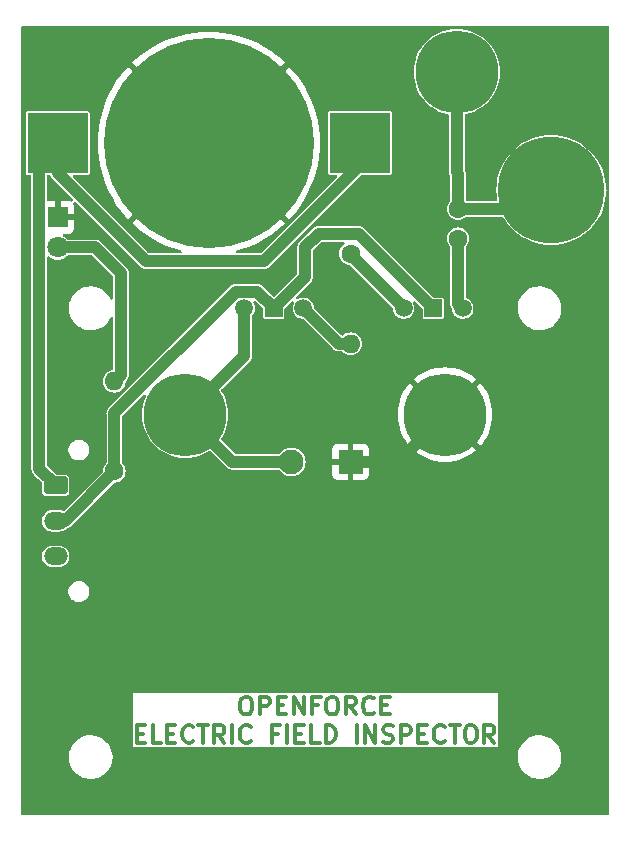
<source format=gbr>
G04 #@! TF.GenerationSoftware,KiCad,Pcbnew,7.0.8-7.0.8~ubuntu22.04.1*
G04 #@! TF.CreationDate,2024-03-20T18:35:26+09:00*
G04 #@! TF.ProjectId,emeater,656d6561-7465-4722-9e6b-696361645f70,rev?*
G04 #@! TF.SameCoordinates,Original*
G04 #@! TF.FileFunction,Copper,L1,Top*
G04 #@! TF.FilePolarity,Positive*
%FSLAX46Y46*%
G04 Gerber Fmt 4.6, Leading zero omitted, Abs format (unit mm)*
G04 Created by KiCad (PCBNEW 7.0.8-7.0.8~ubuntu22.04.1) date 2024-03-20 18:35:26*
%MOMM*%
%LPD*%
G01*
G04 APERTURE LIST*
G04 Aperture macros list*
%AMRoundRect*
0 Rectangle with rounded corners*
0 $1 Rounding radius*
0 $2 $3 $4 $5 $6 $7 $8 $9 X,Y pos of 4 corners*
0 Add a 4 corners polygon primitive as box body*
4,1,4,$2,$3,$4,$5,$6,$7,$8,$9,$2,$3,0*
0 Add four circle primitives for the rounded corners*
1,1,$1+$1,$2,$3*
1,1,$1+$1,$4,$5*
1,1,$1+$1,$6,$7*
1,1,$1+$1,$8,$9*
0 Add four rect primitives between the rounded corners*
20,1,$1+$1,$2,$3,$4,$5,0*
20,1,$1+$1,$4,$5,$6,$7,0*
20,1,$1+$1,$6,$7,$8,$9,0*
20,1,$1+$1,$8,$9,$2,$3,0*%
G04 Aperture macros list end*
%ADD10C,0.300000*%
G04 #@! TA.AperFunction,NonConductor*
%ADD11C,0.300000*%
G04 #@! TD*
G04 #@! TA.AperFunction,ComponentPad*
%ADD12C,1.600000*%
G04 #@! TD*
G04 #@! TA.AperFunction,ComponentPad*
%ADD13O,1.600000X1.600000*%
G04 #@! TD*
G04 #@! TA.AperFunction,ComponentPad*
%ADD14R,1.800000X1.800000*%
G04 #@! TD*
G04 #@! TA.AperFunction,ComponentPad*
%ADD15C,1.800000*%
G04 #@! TD*
G04 #@! TA.AperFunction,ComponentPad*
%ADD16C,9.000000*%
G04 #@! TD*
G04 #@! TA.AperFunction,ComponentPad*
%ADD17C,7.000000*%
G04 #@! TD*
G04 #@! TA.AperFunction,ComponentPad*
%ADD18R,2.100000X2.100000*%
G04 #@! TD*
G04 #@! TA.AperFunction,ComponentPad*
%ADD19C,2.100000*%
G04 #@! TD*
G04 #@! TA.AperFunction,ComponentPad*
%ADD20R,1.500000X1.500000*%
G04 #@! TD*
G04 #@! TA.AperFunction,ComponentPad*
%ADD21C,1.500000*%
G04 #@! TD*
G04 #@! TA.AperFunction,ComponentPad*
%ADD22RoundRect,0.250001X-0.759999X0.499999X-0.759999X-0.499999X0.759999X-0.499999X0.759999X0.499999X0*%
G04 #@! TD*
G04 #@! TA.AperFunction,ComponentPad*
%ADD23O,2.020000X1.500000*%
G04 #@! TD*
G04 #@! TA.AperFunction,SMDPad,CuDef*
%ADD24R,5.100000X5.100000*%
G04 #@! TD*
G04 #@! TA.AperFunction,SMDPad,CuDef*
%ADD25C,17.800000*%
G04 #@! TD*
G04 #@! TA.AperFunction,ViaPad*
%ADD26C,4.000000*%
G04 #@! TD*
G04 #@! TA.AperFunction,Conductor*
%ADD27C,1.016000*%
G04 #@! TD*
G04 APERTURE END LIST*
D10*
D11*
X119035714Y-113885828D02*
X119321428Y-113885828D01*
X119321428Y-113885828D02*
X119464285Y-113957257D01*
X119464285Y-113957257D02*
X119607142Y-114100114D01*
X119607142Y-114100114D02*
X119678571Y-114385828D01*
X119678571Y-114385828D02*
X119678571Y-114885828D01*
X119678571Y-114885828D02*
X119607142Y-115171542D01*
X119607142Y-115171542D02*
X119464285Y-115314400D01*
X119464285Y-115314400D02*
X119321428Y-115385828D01*
X119321428Y-115385828D02*
X119035714Y-115385828D01*
X119035714Y-115385828D02*
X118892857Y-115314400D01*
X118892857Y-115314400D02*
X118749999Y-115171542D01*
X118749999Y-115171542D02*
X118678571Y-114885828D01*
X118678571Y-114885828D02*
X118678571Y-114385828D01*
X118678571Y-114385828D02*
X118749999Y-114100114D01*
X118749999Y-114100114D02*
X118892857Y-113957257D01*
X118892857Y-113957257D02*
X119035714Y-113885828D01*
X120321428Y-115385828D02*
X120321428Y-113885828D01*
X120321428Y-113885828D02*
X120892857Y-113885828D01*
X120892857Y-113885828D02*
X121035714Y-113957257D01*
X121035714Y-113957257D02*
X121107143Y-114028685D01*
X121107143Y-114028685D02*
X121178571Y-114171542D01*
X121178571Y-114171542D02*
X121178571Y-114385828D01*
X121178571Y-114385828D02*
X121107143Y-114528685D01*
X121107143Y-114528685D02*
X121035714Y-114600114D01*
X121035714Y-114600114D02*
X120892857Y-114671542D01*
X120892857Y-114671542D02*
X120321428Y-114671542D01*
X121821428Y-114600114D02*
X122321428Y-114600114D01*
X122535714Y-115385828D02*
X121821428Y-115385828D01*
X121821428Y-115385828D02*
X121821428Y-113885828D01*
X121821428Y-113885828D02*
X122535714Y-113885828D01*
X123178571Y-115385828D02*
X123178571Y-113885828D01*
X123178571Y-113885828D02*
X124035714Y-115385828D01*
X124035714Y-115385828D02*
X124035714Y-113885828D01*
X125250000Y-114600114D02*
X124750000Y-114600114D01*
X124750000Y-115385828D02*
X124750000Y-113885828D01*
X124750000Y-113885828D02*
X125464286Y-113885828D01*
X126321429Y-113885828D02*
X126607143Y-113885828D01*
X126607143Y-113885828D02*
X126750000Y-113957257D01*
X126750000Y-113957257D02*
X126892857Y-114100114D01*
X126892857Y-114100114D02*
X126964286Y-114385828D01*
X126964286Y-114385828D02*
X126964286Y-114885828D01*
X126964286Y-114885828D02*
X126892857Y-115171542D01*
X126892857Y-115171542D02*
X126750000Y-115314400D01*
X126750000Y-115314400D02*
X126607143Y-115385828D01*
X126607143Y-115385828D02*
X126321429Y-115385828D01*
X126321429Y-115385828D02*
X126178572Y-115314400D01*
X126178572Y-115314400D02*
X126035714Y-115171542D01*
X126035714Y-115171542D02*
X125964286Y-114885828D01*
X125964286Y-114885828D02*
X125964286Y-114385828D01*
X125964286Y-114385828D02*
X126035714Y-114100114D01*
X126035714Y-114100114D02*
X126178572Y-113957257D01*
X126178572Y-113957257D02*
X126321429Y-113885828D01*
X128464286Y-115385828D02*
X127964286Y-114671542D01*
X127607143Y-115385828D02*
X127607143Y-113885828D01*
X127607143Y-113885828D02*
X128178572Y-113885828D01*
X128178572Y-113885828D02*
X128321429Y-113957257D01*
X128321429Y-113957257D02*
X128392858Y-114028685D01*
X128392858Y-114028685D02*
X128464286Y-114171542D01*
X128464286Y-114171542D02*
X128464286Y-114385828D01*
X128464286Y-114385828D02*
X128392858Y-114528685D01*
X128392858Y-114528685D02*
X128321429Y-114600114D01*
X128321429Y-114600114D02*
X128178572Y-114671542D01*
X128178572Y-114671542D02*
X127607143Y-114671542D01*
X129964286Y-115242971D02*
X129892858Y-115314400D01*
X129892858Y-115314400D02*
X129678572Y-115385828D01*
X129678572Y-115385828D02*
X129535715Y-115385828D01*
X129535715Y-115385828D02*
X129321429Y-115314400D01*
X129321429Y-115314400D02*
X129178572Y-115171542D01*
X129178572Y-115171542D02*
X129107143Y-115028685D01*
X129107143Y-115028685D02*
X129035715Y-114742971D01*
X129035715Y-114742971D02*
X129035715Y-114528685D01*
X129035715Y-114528685D02*
X129107143Y-114242971D01*
X129107143Y-114242971D02*
X129178572Y-114100114D01*
X129178572Y-114100114D02*
X129321429Y-113957257D01*
X129321429Y-113957257D02*
X129535715Y-113885828D01*
X129535715Y-113885828D02*
X129678572Y-113885828D01*
X129678572Y-113885828D02*
X129892858Y-113957257D01*
X129892858Y-113957257D02*
X129964286Y-114028685D01*
X130607143Y-114600114D02*
X131107143Y-114600114D01*
X131321429Y-115385828D02*
X130607143Y-115385828D01*
X130607143Y-115385828D02*
X130607143Y-113885828D01*
X130607143Y-113885828D02*
X131321429Y-113885828D01*
X109892856Y-117015114D02*
X110392856Y-117015114D01*
X110607142Y-117800828D02*
X109892856Y-117800828D01*
X109892856Y-117800828D02*
X109892856Y-116300828D01*
X109892856Y-116300828D02*
X110607142Y-116300828D01*
X111964285Y-117800828D02*
X111249999Y-117800828D01*
X111249999Y-117800828D02*
X111249999Y-116300828D01*
X112464285Y-117015114D02*
X112964285Y-117015114D01*
X113178571Y-117800828D02*
X112464285Y-117800828D01*
X112464285Y-117800828D02*
X112464285Y-116300828D01*
X112464285Y-116300828D02*
X113178571Y-116300828D01*
X114678571Y-117657971D02*
X114607143Y-117729400D01*
X114607143Y-117729400D02*
X114392857Y-117800828D01*
X114392857Y-117800828D02*
X114250000Y-117800828D01*
X114250000Y-117800828D02*
X114035714Y-117729400D01*
X114035714Y-117729400D02*
X113892857Y-117586542D01*
X113892857Y-117586542D02*
X113821428Y-117443685D01*
X113821428Y-117443685D02*
X113750000Y-117157971D01*
X113750000Y-117157971D02*
X113750000Y-116943685D01*
X113750000Y-116943685D02*
X113821428Y-116657971D01*
X113821428Y-116657971D02*
X113892857Y-116515114D01*
X113892857Y-116515114D02*
X114035714Y-116372257D01*
X114035714Y-116372257D02*
X114250000Y-116300828D01*
X114250000Y-116300828D02*
X114392857Y-116300828D01*
X114392857Y-116300828D02*
X114607143Y-116372257D01*
X114607143Y-116372257D02*
X114678571Y-116443685D01*
X115107143Y-116300828D02*
X115964286Y-116300828D01*
X115535714Y-117800828D02*
X115535714Y-116300828D01*
X117321428Y-117800828D02*
X116821428Y-117086542D01*
X116464285Y-117800828D02*
X116464285Y-116300828D01*
X116464285Y-116300828D02*
X117035714Y-116300828D01*
X117035714Y-116300828D02*
X117178571Y-116372257D01*
X117178571Y-116372257D02*
X117250000Y-116443685D01*
X117250000Y-116443685D02*
X117321428Y-116586542D01*
X117321428Y-116586542D02*
X117321428Y-116800828D01*
X117321428Y-116800828D02*
X117250000Y-116943685D01*
X117250000Y-116943685D02*
X117178571Y-117015114D01*
X117178571Y-117015114D02*
X117035714Y-117086542D01*
X117035714Y-117086542D02*
X116464285Y-117086542D01*
X117964285Y-117800828D02*
X117964285Y-116300828D01*
X119535714Y-117657971D02*
X119464286Y-117729400D01*
X119464286Y-117729400D02*
X119250000Y-117800828D01*
X119250000Y-117800828D02*
X119107143Y-117800828D01*
X119107143Y-117800828D02*
X118892857Y-117729400D01*
X118892857Y-117729400D02*
X118750000Y-117586542D01*
X118750000Y-117586542D02*
X118678571Y-117443685D01*
X118678571Y-117443685D02*
X118607143Y-117157971D01*
X118607143Y-117157971D02*
X118607143Y-116943685D01*
X118607143Y-116943685D02*
X118678571Y-116657971D01*
X118678571Y-116657971D02*
X118750000Y-116515114D01*
X118750000Y-116515114D02*
X118892857Y-116372257D01*
X118892857Y-116372257D02*
X119107143Y-116300828D01*
X119107143Y-116300828D02*
X119250000Y-116300828D01*
X119250000Y-116300828D02*
X119464286Y-116372257D01*
X119464286Y-116372257D02*
X119535714Y-116443685D01*
X121821428Y-117015114D02*
X121321428Y-117015114D01*
X121321428Y-117800828D02*
X121321428Y-116300828D01*
X121321428Y-116300828D02*
X122035714Y-116300828D01*
X122607142Y-117800828D02*
X122607142Y-116300828D01*
X123321428Y-117015114D02*
X123821428Y-117015114D01*
X124035714Y-117800828D02*
X123321428Y-117800828D01*
X123321428Y-117800828D02*
X123321428Y-116300828D01*
X123321428Y-116300828D02*
X124035714Y-116300828D01*
X125392857Y-117800828D02*
X124678571Y-117800828D01*
X124678571Y-117800828D02*
X124678571Y-116300828D01*
X125892857Y-117800828D02*
X125892857Y-116300828D01*
X125892857Y-116300828D02*
X126250000Y-116300828D01*
X126250000Y-116300828D02*
X126464286Y-116372257D01*
X126464286Y-116372257D02*
X126607143Y-116515114D01*
X126607143Y-116515114D02*
X126678572Y-116657971D01*
X126678572Y-116657971D02*
X126750000Y-116943685D01*
X126750000Y-116943685D02*
X126750000Y-117157971D01*
X126750000Y-117157971D02*
X126678572Y-117443685D01*
X126678572Y-117443685D02*
X126607143Y-117586542D01*
X126607143Y-117586542D02*
X126464286Y-117729400D01*
X126464286Y-117729400D02*
X126250000Y-117800828D01*
X126250000Y-117800828D02*
X125892857Y-117800828D01*
X128535714Y-117800828D02*
X128535714Y-116300828D01*
X129250000Y-117800828D02*
X129250000Y-116300828D01*
X129250000Y-116300828D02*
X130107143Y-117800828D01*
X130107143Y-117800828D02*
X130107143Y-116300828D01*
X130750001Y-117729400D02*
X130964287Y-117800828D01*
X130964287Y-117800828D02*
X131321429Y-117800828D01*
X131321429Y-117800828D02*
X131464287Y-117729400D01*
X131464287Y-117729400D02*
X131535715Y-117657971D01*
X131535715Y-117657971D02*
X131607144Y-117515114D01*
X131607144Y-117515114D02*
X131607144Y-117372257D01*
X131607144Y-117372257D02*
X131535715Y-117229400D01*
X131535715Y-117229400D02*
X131464287Y-117157971D01*
X131464287Y-117157971D02*
X131321429Y-117086542D01*
X131321429Y-117086542D02*
X131035715Y-117015114D01*
X131035715Y-117015114D02*
X130892858Y-116943685D01*
X130892858Y-116943685D02*
X130821429Y-116872257D01*
X130821429Y-116872257D02*
X130750001Y-116729400D01*
X130750001Y-116729400D02*
X130750001Y-116586542D01*
X130750001Y-116586542D02*
X130821429Y-116443685D01*
X130821429Y-116443685D02*
X130892858Y-116372257D01*
X130892858Y-116372257D02*
X131035715Y-116300828D01*
X131035715Y-116300828D02*
X131392858Y-116300828D01*
X131392858Y-116300828D02*
X131607144Y-116372257D01*
X132250000Y-117800828D02*
X132250000Y-116300828D01*
X132250000Y-116300828D02*
X132821429Y-116300828D01*
X132821429Y-116300828D02*
X132964286Y-116372257D01*
X132964286Y-116372257D02*
X133035715Y-116443685D01*
X133035715Y-116443685D02*
X133107143Y-116586542D01*
X133107143Y-116586542D02*
X133107143Y-116800828D01*
X133107143Y-116800828D02*
X133035715Y-116943685D01*
X133035715Y-116943685D02*
X132964286Y-117015114D01*
X132964286Y-117015114D02*
X132821429Y-117086542D01*
X132821429Y-117086542D02*
X132250000Y-117086542D01*
X133750000Y-117015114D02*
X134250000Y-117015114D01*
X134464286Y-117800828D02*
X133750000Y-117800828D01*
X133750000Y-117800828D02*
X133750000Y-116300828D01*
X133750000Y-116300828D02*
X134464286Y-116300828D01*
X135964286Y-117657971D02*
X135892858Y-117729400D01*
X135892858Y-117729400D02*
X135678572Y-117800828D01*
X135678572Y-117800828D02*
X135535715Y-117800828D01*
X135535715Y-117800828D02*
X135321429Y-117729400D01*
X135321429Y-117729400D02*
X135178572Y-117586542D01*
X135178572Y-117586542D02*
X135107143Y-117443685D01*
X135107143Y-117443685D02*
X135035715Y-117157971D01*
X135035715Y-117157971D02*
X135035715Y-116943685D01*
X135035715Y-116943685D02*
X135107143Y-116657971D01*
X135107143Y-116657971D02*
X135178572Y-116515114D01*
X135178572Y-116515114D02*
X135321429Y-116372257D01*
X135321429Y-116372257D02*
X135535715Y-116300828D01*
X135535715Y-116300828D02*
X135678572Y-116300828D01*
X135678572Y-116300828D02*
X135892858Y-116372257D01*
X135892858Y-116372257D02*
X135964286Y-116443685D01*
X136392858Y-116300828D02*
X137250001Y-116300828D01*
X136821429Y-117800828D02*
X136821429Y-116300828D01*
X138035715Y-116300828D02*
X138321429Y-116300828D01*
X138321429Y-116300828D02*
X138464286Y-116372257D01*
X138464286Y-116372257D02*
X138607143Y-116515114D01*
X138607143Y-116515114D02*
X138678572Y-116800828D01*
X138678572Y-116800828D02*
X138678572Y-117300828D01*
X138678572Y-117300828D02*
X138607143Y-117586542D01*
X138607143Y-117586542D02*
X138464286Y-117729400D01*
X138464286Y-117729400D02*
X138321429Y-117800828D01*
X138321429Y-117800828D02*
X138035715Y-117800828D01*
X138035715Y-117800828D02*
X137892858Y-117729400D01*
X137892858Y-117729400D02*
X137750000Y-117586542D01*
X137750000Y-117586542D02*
X137678572Y-117300828D01*
X137678572Y-117300828D02*
X137678572Y-116800828D01*
X137678572Y-116800828D02*
X137750000Y-116515114D01*
X137750000Y-116515114D02*
X137892858Y-116372257D01*
X137892858Y-116372257D02*
X138035715Y-116300828D01*
X140178572Y-117800828D02*
X139678572Y-117086542D01*
X139321429Y-117800828D02*
X139321429Y-116300828D01*
X139321429Y-116300828D02*
X139892858Y-116300828D01*
X139892858Y-116300828D02*
X140035715Y-116372257D01*
X140035715Y-116372257D02*
X140107144Y-116443685D01*
X140107144Y-116443685D02*
X140178572Y-116586542D01*
X140178572Y-116586542D02*
X140178572Y-116800828D01*
X140178572Y-116800828D02*
X140107144Y-116943685D01*
X140107144Y-116943685D02*
X140035715Y-117015114D01*
X140035715Y-117015114D02*
X139892858Y-117086542D01*
X139892858Y-117086542D02*
X139321429Y-117086542D01*
D12*
X108000000Y-94810000D03*
D13*
X108000000Y-87190000D03*
D14*
X103200000Y-73300000D03*
D15*
X103200000Y-75840000D03*
D16*
X145000000Y-71000000D03*
D17*
X137000000Y-61000000D03*
D18*
X128000000Y-94000000D03*
D19*
X123000000Y-94000000D03*
D20*
X121500000Y-81000000D03*
D21*
X124000000Y-81000000D03*
X119000000Y-81000000D03*
D12*
X128000000Y-76380000D03*
D13*
X128000000Y-84000000D03*
D22*
X103040000Y-96000000D03*
D23*
X103040000Y-99000000D03*
X103040000Y-102000000D03*
D20*
X135000000Y-81000000D03*
D21*
X137500000Y-81000000D03*
X132500000Y-81000000D03*
D24*
X103200000Y-67000000D03*
X128800000Y-67000000D03*
D25*
X116000000Y-67000000D03*
D17*
X136000000Y-90000000D03*
X114000000Y-90000000D03*
D12*
X137100000Y-72600000D03*
X137100000Y-75100000D03*
D26*
X116000000Y-67000000D03*
D27*
X121500000Y-81000000D02*
X124150000Y-78350000D01*
X128700000Y-74700000D02*
X135000000Y-81000000D01*
X124150000Y-78350000D02*
X124150000Y-75850000D01*
X124150000Y-75850000D02*
X125300000Y-74700000D01*
X125300000Y-74700000D02*
X128700000Y-74700000D01*
X103200000Y-67000000D02*
X103200000Y-69550000D01*
X103200000Y-69550000D02*
X110650000Y-77000000D01*
X110650000Y-77000000D02*
X120700000Y-77000000D01*
X120700000Y-77000000D02*
X128800000Y-68900000D01*
X128800000Y-68900000D02*
X128800000Y-67000000D01*
X103040000Y-96000000D02*
X101642000Y-94602000D01*
X101642000Y-94602000D02*
X101642000Y-68558000D01*
X101642000Y-68558000D02*
X103200000Y-67000000D01*
X103200000Y-75840000D02*
X106380000Y-75840000D01*
X106380000Y-75840000D02*
X108562129Y-78022129D01*
X108000000Y-87190000D02*
X108562129Y-86627871D01*
X108562129Y-86627871D02*
X108562129Y-78022129D01*
X103040000Y-99000000D02*
X103810000Y-99000000D01*
X103810000Y-99000000D02*
X108000000Y-94810000D01*
X121500000Y-81000000D02*
X120092000Y-79592000D01*
X120092000Y-79592000D02*
X118308000Y-79592000D01*
X118308000Y-79592000D02*
X108000000Y-89900000D01*
X108000000Y-89900000D02*
X108000000Y-94810000D01*
X128000000Y-94000000D02*
X132000000Y-94000000D01*
X132000000Y-94000000D02*
X136000000Y-90000000D01*
X123000000Y-94000000D02*
X118000000Y-94000000D01*
X118000000Y-94000000D02*
X114000000Y-90000000D01*
X119000000Y-81000000D02*
X119000000Y-85000000D01*
X119000000Y-85000000D02*
X114000000Y-90000000D01*
X128000000Y-84000000D02*
X127000000Y-84000000D01*
X127000000Y-84000000D02*
X124000000Y-81000000D01*
X128000000Y-76380000D02*
X128000000Y-76500000D01*
X128000000Y-76500000D02*
X132500000Y-81000000D01*
X137100000Y-75100000D02*
X137100000Y-80600000D01*
X137100000Y-80600000D02*
X137500000Y-81000000D01*
X137100000Y-72600000D02*
X143400000Y-72600000D01*
X143400000Y-72600000D02*
X145000000Y-71000000D01*
X137000000Y-69500000D02*
X137100000Y-69600000D01*
X137100000Y-69600000D02*
X137100000Y-72600000D01*
X137000000Y-61000000D02*
X137000000Y-69500000D01*
G04 #@! TA.AperFunction,Conductor*
G36*
X102531933Y-69720185D02*
G01*
X102577688Y-69772989D01*
X102583969Y-69789901D01*
X102590854Y-69813599D01*
X102596937Y-69823884D01*
X102598538Y-69826592D01*
X102601850Y-69832191D01*
X102610410Y-69849665D01*
X102618363Y-69869754D01*
X102647289Y-69909565D01*
X102650490Y-69914437D01*
X102675547Y-69956807D01*
X102675551Y-69956811D01*
X102690821Y-69972081D01*
X102703458Y-69986876D01*
X102716159Y-70004357D01*
X102738868Y-70023143D01*
X102754072Y-70035721D01*
X102758383Y-70039643D01*
X103630048Y-70911308D01*
X104470584Y-71751844D01*
X104504069Y-71813167D01*
X104499085Y-71882859D01*
X104457213Y-71938792D01*
X104391749Y-71963209D01*
X104339570Y-71955707D01*
X104207379Y-71906403D01*
X104207372Y-71906401D01*
X104147844Y-71900000D01*
X103450000Y-71900000D01*
X103450000Y-72925810D01*
X103397453Y-72889984D01*
X103267827Y-72850000D01*
X103166276Y-72850000D01*
X103065862Y-72865135D01*
X102950000Y-72920931D01*
X102950000Y-71900000D01*
X102424500Y-71900000D01*
X102357461Y-71880315D01*
X102311706Y-71827511D01*
X102300500Y-71776000D01*
X102300500Y-69824500D01*
X102320185Y-69757461D01*
X102372989Y-69711706D01*
X102424500Y-69700500D01*
X102464894Y-69700500D01*
X102531933Y-69720185D01*
G37*
G04 #@! TD.AperFunction*
G04 #@! TA.AperFunction,Conductor*
G36*
X136987276Y-57120185D02*
G01*
X136998938Y-57133644D01*
X137051103Y-57103858D01*
X137079763Y-57100500D01*
X149775500Y-57100500D01*
X149842539Y-57120185D01*
X149888294Y-57172989D01*
X149899500Y-57224500D01*
X149899500Y-70911308D01*
X149879815Y-70978347D01*
X149857952Y-70997291D01*
X149860944Y-70998828D01*
X149895964Y-71059288D01*
X149899500Y-71088691D01*
X149899500Y-123775500D01*
X149879815Y-123842539D01*
X149827011Y-123888294D01*
X149775500Y-123899500D01*
X100224500Y-123899500D01*
X100157461Y-123879815D01*
X100111706Y-123827011D01*
X100100500Y-123775500D01*
X100100500Y-119067763D01*
X104145787Y-119067763D01*
X104175413Y-119337013D01*
X104175415Y-119337024D01*
X104243926Y-119599082D01*
X104243928Y-119599088D01*
X104349870Y-119848390D01*
X104421998Y-119966575D01*
X104490979Y-120079605D01*
X104490986Y-120079615D01*
X104664253Y-120287819D01*
X104664259Y-120287824D01*
X104865998Y-120468582D01*
X105091910Y-120618044D01*
X105337176Y-120733020D01*
X105337183Y-120733022D01*
X105337185Y-120733023D01*
X105596557Y-120811057D01*
X105596564Y-120811058D01*
X105596569Y-120811060D01*
X105864561Y-120850500D01*
X105864566Y-120850500D01*
X106067636Y-120850500D01*
X106119133Y-120846730D01*
X106270156Y-120835677D01*
X106382758Y-120810593D01*
X106534546Y-120776782D01*
X106534548Y-120776781D01*
X106534553Y-120776780D01*
X106787558Y-120680014D01*
X107023777Y-120547441D01*
X107238177Y-120381888D01*
X107426186Y-120186881D01*
X107583799Y-119966579D01*
X107657787Y-119822669D01*
X107707649Y-119725690D01*
X107707651Y-119725684D01*
X107707656Y-119725675D01*
X107795118Y-119469305D01*
X107844319Y-119202933D01*
X107849259Y-119067763D01*
X142145787Y-119067763D01*
X142175413Y-119337013D01*
X142175415Y-119337024D01*
X142243926Y-119599082D01*
X142243928Y-119599088D01*
X142349870Y-119848390D01*
X142421998Y-119966575D01*
X142490979Y-120079605D01*
X142490986Y-120079615D01*
X142664253Y-120287819D01*
X142664259Y-120287824D01*
X142865998Y-120468582D01*
X143091910Y-120618044D01*
X143337176Y-120733020D01*
X143337183Y-120733022D01*
X143337185Y-120733023D01*
X143596557Y-120811057D01*
X143596564Y-120811058D01*
X143596569Y-120811060D01*
X143864561Y-120850500D01*
X143864566Y-120850500D01*
X144067636Y-120850500D01*
X144119133Y-120846730D01*
X144270156Y-120835677D01*
X144382758Y-120810593D01*
X144534546Y-120776782D01*
X144534548Y-120776781D01*
X144534553Y-120776780D01*
X144787558Y-120680014D01*
X145023777Y-120547441D01*
X145238177Y-120381888D01*
X145426186Y-120186881D01*
X145583799Y-119966579D01*
X145657787Y-119822669D01*
X145707649Y-119725690D01*
X145707651Y-119725684D01*
X145707656Y-119725675D01*
X145795118Y-119469305D01*
X145844319Y-119202933D01*
X145854212Y-118932235D01*
X145824586Y-118662982D01*
X145756072Y-118400912D01*
X145650130Y-118151610D01*
X145509018Y-117920390D01*
X145419747Y-117813119D01*
X145335746Y-117712180D01*
X145335740Y-117712175D01*
X145134002Y-117531418D01*
X144908092Y-117381957D01*
X144908090Y-117381956D01*
X144662824Y-117266980D01*
X144662819Y-117266978D01*
X144662814Y-117266976D01*
X144403442Y-117188942D01*
X144403428Y-117188939D01*
X144287791Y-117171921D01*
X144135439Y-117149500D01*
X143932369Y-117149500D01*
X143932364Y-117149500D01*
X143729844Y-117164323D01*
X143729831Y-117164325D01*
X143465453Y-117223217D01*
X143465446Y-117223220D01*
X143212439Y-117319987D01*
X142976226Y-117452557D01*
X142761822Y-117618112D01*
X142573822Y-117813109D01*
X142573816Y-117813116D01*
X142416202Y-118033419D01*
X142416199Y-118033424D01*
X142292350Y-118274309D01*
X142292343Y-118274327D01*
X142204884Y-118530685D01*
X142204881Y-118530699D01*
X142155681Y-118797068D01*
X142155680Y-118797075D01*
X142145787Y-119067763D01*
X107849259Y-119067763D01*
X107854212Y-118932235D01*
X107824586Y-118662982D01*
X107756072Y-118400912D01*
X107650130Y-118151610D01*
X107509018Y-117920390D01*
X107419747Y-117813119D01*
X107335746Y-117712180D01*
X107335740Y-117712175D01*
X107134002Y-117531418D01*
X106908092Y-117381957D01*
X106908090Y-117381956D01*
X106662824Y-117266980D01*
X106662819Y-117266978D01*
X106662814Y-117266976D01*
X106403442Y-117188942D01*
X106403428Y-117188939D01*
X106287791Y-117171921D01*
X106135439Y-117149500D01*
X105932369Y-117149500D01*
X105932364Y-117149500D01*
X105729844Y-117164323D01*
X105729831Y-117164325D01*
X105465453Y-117223217D01*
X105465446Y-117223220D01*
X105212439Y-117319987D01*
X104976226Y-117452557D01*
X104761822Y-117618112D01*
X104573822Y-117813109D01*
X104573816Y-117813116D01*
X104416202Y-118033419D01*
X104416199Y-118033424D01*
X104292350Y-118274309D01*
X104292343Y-118274327D01*
X104204884Y-118530685D01*
X104204881Y-118530699D01*
X104155681Y-118797068D01*
X104155680Y-118797075D01*
X104145787Y-119067763D01*
X100100500Y-119067763D01*
X100100500Y-113580037D01*
X109587065Y-113580037D01*
X109587065Y-118106619D01*
X140484084Y-118106619D01*
X140484084Y-113580037D01*
X109587065Y-113580037D01*
X100100500Y-113580037D01*
X100100500Y-105093069D01*
X104114500Y-105093069D01*
X104153199Y-105275141D01*
X104153201Y-105275147D01*
X104228910Y-105445188D01*
X104228909Y-105445188D01*
X104228910Y-105445189D01*
X104338320Y-105595779D01*
X104338321Y-105595780D01*
X104338322Y-105595781D01*
X104338324Y-105595784D01*
X104422469Y-105671547D01*
X104476649Y-105720331D01*
X104637851Y-105813401D01*
X104637853Y-105813401D01*
X104637856Y-105813403D01*
X104726365Y-105842161D01*
X104814880Y-105870921D01*
X104953589Y-105885500D01*
X104953594Y-105885500D01*
X105046406Y-105885500D01*
X105046411Y-105885500D01*
X105185120Y-105870921D01*
X105362149Y-105813401D01*
X105523351Y-105720331D01*
X105631709Y-105622764D01*
X105661675Y-105595784D01*
X105661675Y-105595782D01*
X105661680Y-105595779D01*
X105771090Y-105445189D01*
X105846800Y-105275142D01*
X105885500Y-105093070D01*
X105885500Y-104906930D01*
X105846800Y-104724858D01*
X105846798Y-104724852D01*
X105816386Y-104656547D01*
X105771090Y-104554811D01*
X105661680Y-104404221D01*
X105661677Y-104404218D01*
X105661675Y-104404215D01*
X105571536Y-104323055D01*
X105523351Y-104279669D01*
X105362149Y-104186599D01*
X105362143Y-104186596D01*
X105185124Y-104129080D01*
X105185122Y-104129079D01*
X105145488Y-104124913D01*
X105046411Y-104114500D01*
X104953589Y-104114500D01*
X104866895Y-104123611D01*
X104814877Y-104129079D01*
X104814875Y-104129080D01*
X104637856Y-104186596D01*
X104637850Y-104186599D01*
X104476650Y-104279668D01*
X104338324Y-104404215D01*
X104338322Y-104404218D01*
X104228909Y-104554811D01*
X104153201Y-104724852D01*
X104153199Y-104724858D01*
X104114500Y-104906930D01*
X104114500Y-105093069D01*
X100100500Y-105093069D01*
X100100500Y-102094645D01*
X101879500Y-102094645D01*
X101918855Y-102279802D01*
X101918857Y-102279807D01*
X101995848Y-102452729D01*
X101995851Y-102452734D01*
X102107111Y-102605870D01*
X102107112Y-102605871D01*
X102247784Y-102732533D01*
X102411716Y-102827179D01*
X102591744Y-102885674D01*
X102732808Y-102900500D01*
X102732812Y-102900500D01*
X103347188Y-102900500D01*
X103347192Y-102900500D01*
X103488256Y-102885674D01*
X103668284Y-102827179D01*
X103832216Y-102732533D01*
X103972888Y-102605871D01*
X104084151Y-102452730D01*
X104161144Y-102279803D01*
X104200500Y-102094646D01*
X104200500Y-101905354D01*
X104161144Y-101720197D01*
X104084151Y-101547270D01*
X104084148Y-101547265D01*
X103972888Y-101394129D01*
X103832216Y-101267467D01*
X103668284Y-101172821D01*
X103668277Y-101172818D01*
X103488259Y-101114327D01*
X103488256Y-101114326D01*
X103347192Y-101099500D01*
X102732808Y-101099500D01*
X102591744Y-101114326D01*
X102591741Y-101114326D01*
X102591740Y-101114327D01*
X102411722Y-101172818D01*
X102411715Y-101172821D01*
X102247785Y-101267466D01*
X102107111Y-101394129D01*
X101995851Y-101547265D01*
X101995848Y-101547270D01*
X101918857Y-101720192D01*
X101918855Y-101720197D01*
X101879500Y-101905354D01*
X101879500Y-102094645D01*
X100100500Y-102094645D01*
X100100500Y-99094645D01*
X101879500Y-99094645D01*
X101918855Y-99279802D01*
X101918857Y-99279807D01*
X101995848Y-99452729D01*
X101995851Y-99452734D01*
X102095281Y-99589587D01*
X102107112Y-99605871D01*
X102247784Y-99732533D01*
X102411716Y-99827179D01*
X102591744Y-99885674D01*
X102732808Y-99900500D01*
X102732812Y-99900500D01*
X103347188Y-99900500D01*
X103347192Y-99900500D01*
X103488256Y-99885674D01*
X103668284Y-99827179D01*
X103832216Y-99732533D01*
X103895843Y-99675242D01*
X103958831Y-99645014D01*
X103963251Y-99644374D01*
X103975064Y-99642882D01*
X104020834Y-99624760D01*
X104026348Y-99622873D01*
X104052875Y-99615165D01*
X104073600Y-99609145D01*
X104092196Y-99598146D01*
X104109664Y-99589589D01*
X104129756Y-99581635D01*
X104169582Y-99552698D01*
X104174441Y-99549506D01*
X104216807Y-99524453D01*
X104232090Y-99509168D01*
X104246873Y-99496542D01*
X104264357Y-99483841D01*
X104295731Y-99445914D01*
X104299645Y-99441613D01*
X107942184Y-95799074D01*
X108003505Y-95765591D01*
X108017697Y-95763355D01*
X108186331Y-95746747D01*
X108365501Y-95692396D01*
X108530625Y-95604136D01*
X108675357Y-95485357D01*
X108794136Y-95340625D01*
X108882396Y-95175501D01*
X108936747Y-94996331D01*
X108955099Y-94810000D01*
X108937252Y-94628797D01*
X108936747Y-94623668D01*
X108936746Y-94623666D01*
X108936390Y-94622493D01*
X108882396Y-94444499D01*
X108874995Y-94430652D01*
X108794137Y-94279376D01*
X108794135Y-94279373D01*
X108686647Y-94148400D01*
X108659334Y-94084090D01*
X108658500Y-94069735D01*
X108658500Y-90224120D01*
X108678185Y-90157081D01*
X108694814Y-90136444D01*
X110462665Y-88368593D01*
X110523987Y-88335109D01*
X110593679Y-88340093D01*
X110649612Y-88381965D01*
X110674029Y-88447429D01*
X110661360Y-88509977D01*
X110661849Y-88510195D01*
X110660872Y-88512388D01*
X110660840Y-88512550D01*
X110660529Y-88513159D01*
X110523404Y-88870380D01*
X110424372Y-89239975D01*
X110424371Y-89239982D01*
X110364515Y-89617893D01*
X110344490Y-89999999D01*
X110344490Y-90000000D01*
X110364515Y-90382106D01*
X110424371Y-90760017D01*
X110424372Y-90760024D01*
X110523404Y-91129619D01*
X110660526Y-91486833D01*
X110834237Y-91827759D01*
X111042624Y-92148647D01*
X111042628Y-92148652D01*
X111042630Y-92148655D01*
X111283427Y-92446014D01*
X111553986Y-92716573D01*
X111851345Y-92957370D01*
X111851349Y-92957372D01*
X111851352Y-92957375D01*
X112172240Y-93165762D01*
X112172245Y-93165765D01*
X112513170Y-93339475D01*
X112870385Y-93476597D01*
X113239977Y-93575628D01*
X113617895Y-93635485D01*
X113978866Y-93654402D01*
X113999999Y-93655510D01*
X114000000Y-93655510D01*
X114000001Y-93655510D01*
X114020026Y-93654460D01*
X114382105Y-93635485D01*
X114760023Y-93575628D01*
X115129615Y-93476597D01*
X115486830Y-93339475D01*
X115827755Y-93165765D01*
X115990146Y-93060306D01*
X116057089Y-93040302D01*
X116124221Y-93059667D01*
X116145361Y-93076620D01*
X117473281Y-94404540D01*
X117483435Y-94417213D01*
X117483611Y-94417069D01*
X117488585Y-94423082D01*
X117541701Y-94472961D01*
X117563662Y-94494922D01*
X117569547Y-94499487D01*
X117573990Y-94503282D01*
X117609865Y-94536971D01*
X117609867Y-94536972D01*
X117628794Y-94547377D01*
X117645054Y-94558057D01*
X117662131Y-94571304D01*
X117707300Y-94590850D01*
X117712547Y-94593420D01*
X117755663Y-94617124D01*
X117776586Y-94622496D01*
X117794989Y-94628797D01*
X117814820Y-94637379D01*
X117814821Y-94637379D01*
X117814823Y-94637380D01*
X117831706Y-94640053D01*
X117863438Y-94645080D01*
X117869157Y-94646264D01*
X117916812Y-94658500D01*
X117938418Y-94658500D01*
X117957815Y-94660026D01*
X117979151Y-94663406D01*
X118028143Y-94658774D01*
X118033980Y-94658500D01*
X121931178Y-94658500D01*
X121998217Y-94678185D01*
X122030132Y-94707773D01*
X122109020Y-94812238D01*
X122273437Y-94962123D01*
X122273439Y-94962125D01*
X122462595Y-95079245D01*
X122462596Y-95079245D01*
X122462599Y-95079247D01*
X122670060Y-95159618D01*
X122888757Y-95200500D01*
X122888759Y-95200500D01*
X123111241Y-95200500D01*
X123111243Y-95200500D01*
X123329940Y-95159618D01*
X123489397Y-95097844D01*
X126450000Y-95097844D01*
X126456401Y-95157372D01*
X126456403Y-95157379D01*
X126506645Y-95292086D01*
X126506649Y-95292093D01*
X126592809Y-95407187D01*
X126592812Y-95407190D01*
X126707906Y-95493350D01*
X126707913Y-95493354D01*
X126842620Y-95543596D01*
X126842627Y-95543598D01*
X126902155Y-95549999D01*
X126902172Y-95550000D01*
X127750000Y-95550000D01*
X127750000Y-94491683D01*
X127778819Y-94509209D01*
X127924404Y-94550000D01*
X128037622Y-94550000D01*
X128149783Y-94534584D01*
X128250000Y-94491053D01*
X128250000Y-95550000D01*
X129097828Y-95550000D01*
X129097844Y-95549999D01*
X129157372Y-95543598D01*
X129157379Y-95543596D01*
X129292086Y-95493354D01*
X129292093Y-95493350D01*
X129407187Y-95407190D01*
X129407190Y-95407187D01*
X129493350Y-95292093D01*
X129493354Y-95292086D01*
X129543596Y-95157379D01*
X129543598Y-95157372D01*
X129549999Y-95097844D01*
X129550000Y-95097827D01*
X129550000Y-94250000D01*
X128494852Y-94250000D01*
X128543559Y-94112953D01*
X128553877Y-93962114D01*
X128523116Y-93814085D01*
X128489910Y-93750000D01*
X129550000Y-93750000D01*
X129550000Y-92902172D01*
X129549999Y-92902155D01*
X129543598Y-92842627D01*
X129543596Y-92842620D01*
X129493354Y-92707913D01*
X129493350Y-92707906D01*
X129407190Y-92592812D01*
X129407187Y-92592809D01*
X129292093Y-92506649D01*
X129292086Y-92506645D01*
X129157379Y-92456403D01*
X129157372Y-92456401D01*
X129097844Y-92450000D01*
X128250000Y-92450000D01*
X128250000Y-93508316D01*
X128221181Y-93490791D01*
X128075596Y-93450000D01*
X127962378Y-93450000D01*
X127850217Y-93465416D01*
X127750000Y-93508946D01*
X127750000Y-92450000D01*
X126902155Y-92450000D01*
X126842627Y-92456401D01*
X126842620Y-92456403D01*
X126707913Y-92506645D01*
X126707906Y-92506649D01*
X126592812Y-92592809D01*
X126592809Y-92592812D01*
X126506649Y-92707906D01*
X126506645Y-92707913D01*
X126456403Y-92842620D01*
X126456401Y-92842627D01*
X126450000Y-92902155D01*
X126450000Y-93750000D01*
X127505148Y-93750000D01*
X127456441Y-93887047D01*
X127446123Y-94037886D01*
X127476884Y-94185915D01*
X127510090Y-94250000D01*
X126450000Y-94250000D01*
X126450000Y-95097844D01*
X123489397Y-95097844D01*
X123537401Y-95079247D01*
X123726562Y-94962124D01*
X123869629Y-94831701D01*
X123890979Y-94812238D01*
X123892670Y-94810000D01*
X124025058Y-94634689D01*
X124124229Y-94435528D01*
X124185115Y-94221536D01*
X124205643Y-94000000D01*
X124185115Y-93778464D01*
X124124229Y-93564472D01*
X124124224Y-93564461D01*
X124025061Y-93365316D01*
X124025056Y-93365308D01*
X123890979Y-93187761D01*
X123726562Y-93037876D01*
X123726560Y-93037874D01*
X123537404Y-92920754D01*
X123537398Y-92920752D01*
X123329940Y-92840382D01*
X123111243Y-92799500D01*
X122888757Y-92799500D01*
X122670060Y-92840382D01*
X122538864Y-92891207D01*
X122462601Y-92920752D01*
X122462595Y-92920754D01*
X122273439Y-93037874D01*
X122273437Y-93037876D01*
X122109020Y-93187761D01*
X122030132Y-93292227D01*
X121974023Y-93333863D01*
X121931178Y-93341500D01*
X118324121Y-93341500D01*
X118257082Y-93321815D01*
X118236440Y-93305181D01*
X117076620Y-92145361D01*
X117043135Y-92084038D01*
X117048119Y-92014346D01*
X117060303Y-91990151D01*
X117165765Y-91827755D01*
X117339475Y-91486830D01*
X117476597Y-91129615D01*
X117575628Y-90760023D01*
X117635485Y-90382105D01*
X117655510Y-90000000D01*
X131995176Y-90000000D01*
X132014461Y-90392550D01*
X132072129Y-90781308D01*
X132167625Y-91162549D01*
X132300016Y-91532559D01*
X132300023Y-91532575D01*
X132468062Y-91887864D01*
X132670109Y-92224958D01*
X132904228Y-92540632D01*
X133000068Y-92646376D01*
X133000069Y-92646376D01*
X134313104Y-91333341D01*
X134425031Y-91470918D01*
X134639990Y-91671676D01*
X134664543Y-91689008D01*
X133353622Y-92999929D01*
X133353622Y-92999930D01*
X133459367Y-93095771D01*
X133775041Y-93329890D01*
X134112135Y-93531937D01*
X134467424Y-93699976D01*
X134467440Y-93699983D01*
X134837450Y-93832374D01*
X135218691Y-93927870D01*
X135607449Y-93985538D01*
X136000000Y-94004823D01*
X136392550Y-93985538D01*
X136781308Y-93927870D01*
X137162549Y-93832374D01*
X137532559Y-93699983D01*
X137532575Y-93699976D01*
X137887864Y-93531937D01*
X138224958Y-93329890D01*
X138540632Y-93095770D01*
X138646376Y-92999929D01*
X137335455Y-91689008D01*
X137360010Y-91671676D01*
X137574969Y-91470918D01*
X137686895Y-91333342D01*
X138999929Y-92646376D01*
X139095770Y-92540632D01*
X139329890Y-92224958D01*
X139531937Y-91887864D01*
X139699976Y-91532575D01*
X139699983Y-91532559D01*
X139832374Y-91162549D01*
X139927870Y-90781308D01*
X139985538Y-90392550D01*
X140004823Y-90000000D01*
X139985538Y-89607449D01*
X139927870Y-89218691D01*
X139832374Y-88837450D01*
X139699983Y-88467440D01*
X139699976Y-88467424D01*
X139531937Y-88112135D01*
X139329890Y-87775041D01*
X139095771Y-87459367D01*
X138999930Y-87353622D01*
X138999929Y-87353622D01*
X137686894Y-88666656D01*
X137574969Y-88529082D01*
X137360010Y-88328324D01*
X137335455Y-88310991D01*
X138646376Y-87000069D01*
X138646376Y-87000068D01*
X138540632Y-86904228D01*
X138224958Y-86670109D01*
X137887864Y-86468062D01*
X137532575Y-86300023D01*
X137532559Y-86300016D01*
X137162549Y-86167625D01*
X136781308Y-86072129D01*
X136392550Y-86014461D01*
X136000000Y-85995176D01*
X135607449Y-86014461D01*
X135218691Y-86072129D01*
X134837450Y-86167625D01*
X134467440Y-86300016D01*
X134467424Y-86300023D01*
X134112135Y-86468062D01*
X133775041Y-86670109D01*
X133459368Y-86904228D01*
X133353622Y-87000069D01*
X134664544Y-88310991D01*
X134639990Y-88328324D01*
X134425031Y-88529082D01*
X134313104Y-88666657D01*
X133000069Y-87353622D01*
X132904228Y-87459368D01*
X132670109Y-87775041D01*
X132468062Y-88112135D01*
X132300023Y-88467424D01*
X132300016Y-88467440D01*
X132167625Y-88837450D01*
X132072129Y-89218691D01*
X132014461Y-89607449D01*
X131995176Y-90000000D01*
X117655510Y-90000000D01*
X117635485Y-89617895D01*
X117575628Y-89239977D01*
X117476597Y-88870385D01*
X117339475Y-88513170D01*
X117165765Y-88172245D01*
X117060304Y-88009851D01*
X117040302Y-87942910D01*
X117059667Y-87875778D01*
X117076615Y-87854643D01*
X119404543Y-85526715D01*
X119417214Y-85516566D01*
X119417068Y-85516389D01*
X119423074Y-85511419D01*
X119423080Y-85511416D01*
X119472945Y-85458314D01*
X119494927Y-85436333D01*
X119499495Y-85430442D01*
X119503282Y-85426008D01*
X119536972Y-85390133D01*
X119547380Y-85371200D01*
X119558059Y-85354942D01*
X119571304Y-85337868D01*
X119590852Y-85292691D01*
X119593409Y-85287472D01*
X119617124Y-85244337D01*
X119622495Y-85223413D01*
X119628796Y-85205009D01*
X119637380Y-85185176D01*
X119642733Y-85151372D01*
X119645078Y-85136569D01*
X119646263Y-85130844D01*
X119658500Y-85083188D01*
X119658500Y-85061580D01*
X119660027Y-85042180D01*
X119663406Y-85020848D01*
X119658775Y-84971854D01*
X119658500Y-84966017D01*
X119658500Y-81662036D01*
X119678185Y-81594997D01*
X119690351Y-81579063D01*
X119732533Y-81532216D01*
X119827179Y-81368284D01*
X119885674Y-81188256D01*
X119905460Y-81000000D01*
X119885674Y-80811744D01*
X119827179Y-80631716D01*
X119788208Y-80564217D01*
X119771736Y-80496317D01*
X119794589Y-80430291D01*
X119849510Y-80387100D01*
X119919064Y-80380459D01*
X119981166Y-80412475D01*
X119983277Y-80414537D01*
X120563181Y-80994441D01*
X120596666Y-81055764D01*
X120599500Y-81082121D01*
X120599500Y-81764820D01*
X120599500Y-81764822D01*
X120599499Y-81764822D01*
X120608231Y-81808717D01*
X120608234Y-81808724D01*
X120641495Y-81858503D01*
X120641496Y-81858504D01*
X120691278Y-81891767D01*
X120691281Y-81891767D01*
X120691282Y-81891768D01*
X120735177Y-81900500D01*
X120735180Y-81900500D01*
X122264822Y-81900500D01*
X122308717Y-81891768D01*
X122308717Y-81891767D01*
X122308722Y-81891767D01*
X122358504Y-81858504D01*
X122391767Y-81808722D01*
X122400500Y-81764820D01*
X122400500Y-81082121D01*
X122420185Y-81015082D01*
X122436814Y-80994445D01*
X123016724Y-80414535D01*
X123078046Y-80381051D01*
X123147738Y-80386035D01*
X123203671Y-80427907D01*
X123228088Y-80493371D01*
X123213236Y-80561644D01*
X123211792Y-80564216D01*
X123172820Y-80631718D01*
X123172818Y-80631722D01*
X123114327Y-80811740D01*
X123114326Y-80811744D01*
X123094540Y-81000000D01*
X123114326Y-81188256D01*
X123114327Y-81188259D01*
X123172818Y-81368277D01*
X123172821Y-81368284D01*
X123267467Y-81532216D01*
X123366366Y-81642054D01*
X123394129Y-81672888D01*
X123547265Y-81784148D01*
X123547270Y-81784151D01*
X123720192Y-81861142D01*
X123720197Y-81861144D01*
X123905354Y-81900500D01*
X123917878Y-81900500D01*
X123984917Y-81920185D01*
X124005559Y-81936819D01*
X126473280Y-84404540D01*
X126483430Y-84417208D01*
X126483606Y-84417064D01*
X126488580Y-84423076D01*
X126541685Y-84472946D01*
X126563661Y-84494922D01*
X126569551Y-84499491D01*
X126573994Y-84503286D01*
X126609864Y-84536970D01*
X126609866Y-84536971D01*
X126609867Y-84536972D01*
X126628803Y-84547382D01*
X126645049Y-84558053D01*
X126662132Y-84571304D01*
X126662137Y-84571306D01*
X126707296Y-84590848D01*
X126712544Y-84593420D01*
X126744234Y-84610840D01*
X126755663Y-84617124D01*
X126771823Y-84621272D01*
X126776583Y-84622495D01*
X126794986Y-84628795D01*
X126814824Y-84637380D01*
X126851960Y-84643261D01*
X126863431Y-84645078D01*
X126869146Y-84646261D01*
X126916812Y-84658500D01*
X126938419Y-84658500D01*
X126957816Y-84660026D01*
X126979152Y-84663406D01*
X127028144Y-84658774D01*
X127033981Y-84658500D01*
X127259735Y-84658500D01*
X127326774Y-84678185D01*
X127338400Y-84686647D01*
X127469373Y-84794135D01*
X127469376Y-84794137D01*
X127634497Y-84882395D01*
X127634499Y-84882396D01*
X127813666Y-84936746D01*
X127813668Y-84936747D01*
X127830374Y-84938392D01*
X128000000Y-84955099D01*
X128186331Y-84936747D01*
X128365501Y-84882396D01*
X128530625Y-84794136D01*
X128675357Y-84675357D01*
X128794136Y-84530625D01*
X128882396Y-84365501D01*
X128936747Y-84186331D01*
X128955099Y-84000000D01*
X128936747Y-83813669D01*
X128882396Y-83634499D01*
X128794136Y-83469375D01*
X128794135Y-83469373D01*
X128675357Y-83324642D01*
X128530626Y-83205864D01*
X128530623Y-83205862D01*
X128365502Y-83117604D01*
X128186333Y-83063253D01*
X128186331Y-83063252D01*
X128000000Y-83044901D01*
X127813668Y-83063252D01*
X127813666Y-83063253D01*
X127634497Y-83117604D01*
X127469376Y-83205862D01*
X127469373Y-83205864D01*
X127373764Y-83284330D01*
X127309454Y-83311643D01*
X127240587Y-83299852D01*
X127207418Y-83276158D01*
X124933479Y-81002219D01*
X124899994Y-80940896D01*
X124897839Y-80927498D01*
X124897025Y-80919756D01*
X124885674Y-80811744D01*
X124827179Y-80631716D01*
X124732533Y-80467784D01*
X124605871Y-80327112D01*
X124605870Y-80327111D01*
X124452734Y-80215851D01*
X124452729Y-80215848D01*
X124279807Y-80138857D01*
X124279802Y-80138855D01*
X124134001Y-80107865D01*
X124094646Y-80099500D01*
X123905354Y-80099500D01*
X123872897Y-80106398D01*
X123720197Y-80138855D01*
X123720192Y-80138857D01*
X123560280Y-80210056D01*
X123491030Y-80219341D01*
X123427753Y-80189713D01*
X123390540Y-80130578D01*
X123391205Y-80060712D01*
X123422162Y-80009097D01*
X124554543Y-78876715D01*
X124567214Y-78866566D01*
X124567068Y-78866389D01*
X124573074Y-78861419D01*
X124573080Y-78861416D01*
X124622945Y-78808314D01*
X124644927Y-78786333D01*
X124649495Y-78780442D01*
X124653282Y-78776008D01*
X124686972Y-78740133D01*
X124697380Y-78721200D01*
X124708059Y-78704942D01*
X124721304Y-78687868D01*
X124740852Y-78642691D01*
X124743409Y-78637472D01*
X124767124Y-78594337D01*
X124772495Y-78573413D01*
X124778796Y-78555009D01*
X124787380Y-78535176D01*
X124792733Y-78501372D01*
X124795078Y-78486569D01*
X124796263Y-78480844D01*
X124808500Y-78433188D01*
X124808500Y-78411580D01*
X124810027Y-78392180D01*
X124813406Y-78370848D01*
X124808775Y-78321854D01*
X124808500Y-78316017D01*
X124808500Y-76174122D01*
X124828185Y-76107083D01*
X124844819Y-76086441D01*
X125536441Y-75394819D01*
X125597764Y-75361334D01*
X125624122Y-75358500D01*
X127400876Y-75358500D01*
X127467915Y-75378185D01*
X127513670Y-75430989D01*
X127523614Y-75500147D01*
X127494589Y-75563703D01*
X127473985Y-75581878D01*
X127474084Y-75581999D01*
X127470719Y-75584760D01*
X127469763Y-75585604D01*
X127469377Y-75585861D01*
X127324642Y-75704642D01*
X127205864Y-75849373D01*
X127205862Y-75849376D01*
X127117604Y-76014497D01*
X127063253Y-76193666D01*
X127063252Y-76193668D01*
X127044901Y-76380000D01*
X127063252Y-76566331D01*
X127063253Y-76566333D01*
X127117604Y-76745502D01*
X127205862Y-76910623D01*
X127205864Y-76910626D01*
X127324642Y-77055357D01*
X127469373Y-77174135D01*
X127469376Y-77174137D01*
X127634497Y-77262395D01*
X127634499Y-77262396D01*
X127813669Y-77316747D01*
X127849178Y-77320244D01*
X127913965Y-77346404D01*
X127924706Y-77355966D01*
X131566519Y-80997779D01*
X131600004Y-81059102D01*
X131602159Y-81072497D01*
X131614326Y-81188256D01*
X131614327Y-81188259D01*
X131672818Y-81368277D01*
X131672821Y-81368284D01*
X131767467Y-81532216D01*
X131866366Y-81642054D01*
X131894129Y-81672888D01*
X132047265Y-81784148D01*
X132047270Y-81784151D01*
X132220192Y-81861142D01*
X132220197Y-81861144D01*
X132405354Y-81900500D01*
X132405355Y-81900500D01*
X132594644Y-81900500D01*
X132594646Y-81900500D01*
X132779803Y-81861144D01*
X132952730Y-81784151D01*
X133105871Y-81672888D01*
X133232533Y-81532216D01*
X133327179Y-81368284D01*
X133385674Y-81188256D01*
X133405460Y-81000000D01*
X133385674Y-80811744D01*
X133327179Y-80631716D01*
X133288206Y-80564213D01*
X133271734Y-80496315D01*
X133294587Y-80430288D01*
X133349508Y-80387097D01*
X133419061Y-80380456D01*
X133481164Y-80412472D01*
X133483275Y-80414534D01*
X134063181Y-80994440D01*
X134096666Y-81055763D01*
X134099500Y-81082121D01*
X134099500Y-81764820D01*
X134099500Y-81764822D01*
X134099499Y-81764822D01*
X134108231Y-81808717D01*
X134108234Y-81808724D01*
X134141495Y-81858503D01*
X134141496Y-81858504D01*
X134191278Y-81891767D01*
X134191281Y-81891767D01*
X134191282Y-81891768D01*
X134235177Y-81900500D01*
X134235180Y-81900500D01*
X135764822Y-81900500D01*
X135808717Y-81891768D01*
X135808717Y-81891767D01*
X135808722Y-81891767D01*
X135858504Y-81858504D01*
X135891767Y-81808722D01*
X135900500Y-81764820D01*
X135900500Y-80235180D01*
X135900500Y-80235177D01*
X135891768Y-80191282D01*
X135891767Y-80191281D01*
X135891767Y-80191278D01*
X135858504Y-80141496D01*
X135858503Y-80141495D01*
X135808724Y-80108234D01*
X135808717Y-80108231D01*
X135764822Y-80099500D01*
X135764820Y-80099500D01*
X135082121Y-80099500D01*
X135015082Y-80079815D01*
X134994440Y-80063181D01*
X130031260Y-75100000D01*
X136144901Y-75100000D01*
X136163252Y-75286331D01*
X136163253Y-75286333D01*
X136217604Y-75465502D01*
X136305862Y-75630622D01*
X136305864Y-75630625D01*
X136413354Y-75761602D01*
X136440666Y-75825908D01*
X136441500Y-75840264D01*
X136441500Y-80513609D01*
X136439718Y-80529746D01*
X136439946Y-80529768D01*
X136439211Y-80537534D01*
X136441500Y-80610342D01*
X136441500Y-80641434D01*
X136442433Y-80648829D01*
X136442891Y-80654647D01*
X136444437Y-80703829D01*
X136444438Y-80703832D01*
X136450464Y-80724577D01*
X136454407Y-80743618D01*
X136457116Y-80765053D01*
X136457117Y-80765057D01*
X136457118Y-80765064D01*
X136469789Y-80797068D01*
X136475234Y-80810822D01*
X136477125Y-80816348D01*
X136490854Y-80863598D01*
X136501850Y-80882191D01*
X136510410Y-80899665D01*
X136518363Y-80919754D01*
X136533659Y-80940806D01*
X136546846Y-80958956D01*
X136547289Y-80959565D01*
X136550490Y-80964437D01*
X136565492Y-80989806D01*
X136575547Y-81006808D01*
X136576696Y-81008289D01*
X136577275Y-81009729D01*
X136579519Y-81013524D01*
X136578938Y-81013867D01*
X136602036Y-81071325D01*
X136614326Y-81188256D01*
X136614327Y-81188259D01*
X136672818Y-81368277D01*
X136672821Y-81368284D01*
X136767467Y-81532216D01*
X136866366Y-81642054D01*
X136894129Y-81672888D01*
X137047265Y-81784148D01*
X137047270Y-81784151D01*
X137220192Y-81861142D01*
X137220197Y-81861144D01*
X137405354Y-81900500D01*
X137405355Y-81900500D01*
X137594644Y-81900500D01*
X137594646Y-81900500D01*
X137779803Y-81861144D01*
X137952730Y-81784151D01*
X138105871Y-81672888D01*
X138232533Y-81532216D01*
X138327179Y-81368284D01*
X138385674Y-81188256D01*
X138398338Y-81067763D01*
X142145787Y-81067763D01*
X142175413Y-81337013D01*
X142175415Y-81337024D01*
X142242858Y-81594997D01*
X142243928Y-81599088D01*
X142349870Y-81848390D01*
X142393686Y-81920185D01*
X142490979Y-82079605D01*
X142490986Y-82079615D01*
X142664253Y-82287819D01*
X142664259Y-82287824D01*
X142865998Y-82468582D01*
X143091910Y-82618044D01*
X143337176Y-82733020D01*
X143337183Y-82733022D01*
X143337185Y-82733023D01*
X143596557Y-82811057D01*
X143596564Y-82811058D01*
X143596569Y-82811060D01*
X143864561Y-82850500D01*
X143864566Y-82850500D01*
X144067636Y-82850500D01*
X144119133Y-82846730D01*
X144270156Y-82835677D01*
X144382758Y-82810593D01*
X144534546Y-82776782D01*
X144534548Y-82776781D01*
X144534553Y-82776780D01*
X144787558Y-82680014D01*
X145023777Y-82547441D01*
X145238177Y-82381888D01*
X145426186Y-82186881D01*
X145583799Y-81966579D01*
X145664961Y-81808717D01*
X145707649Y-81725690D01*
X145707651Y-81725684D01*
X145707656Y-81725675D01*
X145795118Y-81469305D01*
X145844319Y-81202933D01*
X145854212Y-80932235D01*
X145824586Y-80662982D01*
X145756072Y-80400912D01*
X145650130Y-80151610D01*
X145509018Y-79920390D01*
X145419747Y-79813119D01*
X145335746Y-79712180D01*
X145335740Y-79712175D01*
X145134002Y-79531418D01*
X144908092Y-79381957D01*
X144908090Y-79381956D01*
X144662824Y-79266980D01*
X144662819Y-79266978D01*
X144662814Y-79266976D01*
X144403442Y-79188942D01*
X144403428Y-79188939D01*
X144287791Y-79171921D01*
X144135439Y-79149500D01*
X143932369Y-79149500D01*
X143932364Y-79149500D01*
X143729844Y-79164323D01*
X143729831Y-79164325D01*
X143465453Y-79223217D01*
X143465446Y-79223220D01*
X143212439Y-79319987D01*
X142976226Y-79452557D01*
X142761822Y-79618112D01*
X142573822Y-79813109D01*
X142573816Y-79813116D01*
X142416202Y-80033419D01*
X142416199Y-80033424D01*
X142292350Y-80274309D01*
X142292343Y-80274327D01*
X142204884Y-80530685D01*
X142204881Y-80530699D01*
X142184428Y-80641432D01*
X142165554Y-80743618D01*
X142155681Y-80797068D01*
X142155680Y-80797075D01*
X142145787Y-81067763D01*
X138398338Y-81067763D01*
X138405460Y-81000000D01*
X138385674Y-80811744D01*
X138327179Y-80631716D01*
X138232533Y-80467784D01*
X138105871Y-80327112D01*
X138105870Y-80327111D01*
X137952734Y-80215851D01*
X137952729Y-80215848D01*
X137832064Y-80162124D01*
X137778827Y-80116874D01*
X137758506Y-80050025D01*
X137758500Y-80048845D01*
X137758500Y-75840264D01*
X137778185Y-75773225D01*
X137786633Y-75761617D01*
X137894136Y-75630625D01*
X137982396Y-75465501D01*
X138036747Y-75286331D01*
X138055099Y-75100000D01*
X138036747Y-74913669D01*
X137982396Y-74734499D01*
X137963956Y-74700000D01*
X137894137Y-74569376D01*
X137894135Y-74569373D01*
X137775357Y-74424642D01*
X137630626Y-74305864D01*
X137630623Y-74305862D01*
X137465502Y-74217604D01*
X137286333Y-74163253D01*
X137286331Y-74163252D01*
X137100000Y-74144901D01*
X136913668Y-74163252D01*
X136913666Y-74163253D01*
X136734497Y-74217604D01*
X136569376Y-74305862D01*
X136569373Y-74305864D01*
X136424642Y-74424642D01*
X136305864Y-74569373D01*
X136305862Y-74569376D01*
X136217604Y-74734497D01*
X136163253Y-74913666D01*
X136163252Y-74913668D01*
X136144901Y-75100000D01*
X130031260Y-75100000D01*
X129226717Y-74295457D01*
X129216564Y-74282785D01*
X129216388Y-74282931D01*
X129211419Y-74276926D01*
X129211416Y-74276920D01*
X129180435Y-74247827D01*
X129158315Y-74227054D01*
X129136333Y-74205072D01*
X129130439Y-74200501D01*
X129126002Y-74196711D01*
X129090133Y-74163028D01*
X129090131Y-74163026D01*
X129071200Y-74152619D01*
X129054948Y-74141944D01*
X129037868Y-74128696D01*
X129037864Y-74128694D01*
X128992702Y-74109150D01*
X128987455Y-74106580D01*
X128944337Y-74082875D01*
X128944338Y-74082875D01*
X128923411Y-74077502D01*
X128905006Y-74071201D01*
X128885174Y-74062619D01*
X128836569Y-74054921D01*
X128830847Y-74053736D01*
X128794623Y-74044436D01*
X128783188Y-74041500D01*
X128783187Y-74041500D01*
X128761581Y-74041500D01*
X128742183Y-74039973D01*
X128733603Y-74038614D01*
X128720849Y-74036594D01*
X128720848Y-74036594D01*
X128671855Y-74041225D01*
X128666019Y-74041500D01*
X125386391Y-74041500D01*
X125370247Y-74039717D01*
X125370226Y-74039945D01*
X125362464Y-74039211D01*
X125362463Y-74039211D01*
X125289626Y-74041500D01*
X125258568Y-74041500D01*
X125258565Y-74041500D01*
X125258552Y-74041501D01*
X125251176Y-74042432D01*
X125245358Y-74042890D01*
X125196171Y-74044436D01*
X125175416Y-74050466D01*
X125156370Y-74054410D01*
X125134932Y-74057118D01*
X125089184Y-74075231D01*
X125083659Y-74077123D01*
X125036399Y-74090855D01*
X125017808Y-74101850D01*
X125000339Y-74110408D01*
X124980246Y-74118364D01*
X124980245Y-74118364D01*
X124980244Y-74118365D01*
X124966025Y-74128696D01*
X124940433Y-74147289D01*
X124935550Y-74150496D01*
X124893192Y-74175546D01*
X124877913Y-74190826D01*
X124863127Y-74203455D01*
X124845643Y-74216159D01*
X124845641Y-74216161D01*
X124845640Y-74216162D01*
X124814271Y-74254078D01*
X124810339Y-74258399D01*
X123745453Y-75323285D01*
X123732785Y-75333435D01*
X123732931Y-75333611D01*
X123726920Y-75338583D01*
X123677053Y-75391686D01*
X123655072Y-75413667D01*
X123650492Y-75419569D01*
X123646708Y-75423998D01*
X123613029Y-75459865D01*
X123613024Y-75459872D01*
X123602618Y-75478800D01*
X123591942Y-75495054D01*
X123578695Y-75512133D01*
X123559150Y-75557297D01*
X123556580Y-75562543D01*
X123532876Y-75605661D01*
X123527502Y-75626589D01*
X123521203Y-75644987D01*
X123512619Y-75664825D01*
X123504923Y-75713420D01*
X123503738Y-75719143D01*
X123491500Y-75766809D01*
X123491500Y-75788413D01*
X123489974Y-75807808D01*
X123486594Y-75829151D01*
X123491225Y-75878143D01*
X123491500Y-75883981D01*
X123491500Y-78025878D01*
X123471815Y-78092917D01*
X123455181Y-78113559D01*
X121587681Y-79981059D01*
X121526358Y-80014544D01*
X121456666Y-80009560D01*
X121412319Y-79981059D01*
X120618717Y-79187457D01*
X120608564Y-79174785D01*
X120608388Y-79174931D01*
X120603419Y-79168926D01*
X120603416Y-79168920D01*
X120577754Y-79144822D01*
X120550315Y-79119054D01*
X120528333Y-79097072D01*
X120522439Y-79092501D01*
X120518002Y-79088711D01*
X120482133Y-79055028D01*
X120482131Y-79055026D01*
X120463200Y-79044619D01*
X120446948Y-79033944D01*
X120429868Y-79020696D01*
X120429864Y-79020694D01*
X120384702Y-79001150D01*
X120379455Y-78998580D01*
X120336337Y-78974875D01*
X120336338Y-78974875D01*
X120315411Y-78969502D01*
X120297006Y-78963201D01*
X120277174Y-78954619D01*
X120228569Y-78946921D01*
X120222847Y-78945736D01*
X120186627Y-78936437D01*
X120175188Y-78933500D01*
X120175187Y-78933500D01*
X120153581Y-78933500D01*
X120134183Y-78931973D01*
X120125603Y-78930614D01*
X120112849Y-78928594D01*
X120112848Y-78928594D01*
X120063855Y-78933225D01*
X120058019Y-78933500D01*
X118394391Y-78933500D01*
X118378253Y-78931718D01*
X118378232Y-78931946D01*
X118370465Y-78931211D01*
X118297658Y-78933500D01*
X118266566Y-78933500D01*
X118259172Y-78934433D01*
X118253354Y-78934891D01*
X118204173Y-78936437D01*
X118204163Y-78936439D01*
X118183422Y-78942464D01*
X118164382Y-78946407D01*
X118142946Y-78949116D01*
X118142931Y-78949119D01*
X118097178Y-78967233D01*
X118091654Y-78969124D01*
X118044402Y-78982854D01*
X118044394Y-78982857D01*
X118025803Y-78993852D01*
X118008338Y-79002408D01*
X117988247Y-79010363D01*
X117988242Y-79010366D01*
X117948427Y-79039292D01*
X117943545Y-79042499D01*
X117901190Y-79067549D01*
X117885916Y-79082823D01*
X117871128Y-79095454D01*
X117853643Y-79108158D01*
X117853640Y-79108162D01*
X117822266Y-79146084D01*
X117818334Y-79150405D01*
X107595453Y-89373285D01*
X107582785Y-89383435D01*
X107582931Y-89383611D01*
X107576920Y-89388583D01*
X107527053Y-89441686D01*
X107505072Y-89463667D01*
X107500492Y-89469569D01*
X107496708Y-89473998D01*
X107463029Y-89509865D01*
X107463024Y-89509872D01*
X107452618Y-89528800D01*
X107441942Y-89545054D01*
X107428695Y-89562133D01*
X107409150Y-89607297D01*
X107406580Y-89612543D01*
X107382876Y-89655661D01*
X107377502Y-89676589D01*
X107371203Y-89694987D01*
X107362619Y-89714825D01*
X107354923Y-89763420D01*
X107353738Y-89769143D01*
X107341500Y-89816809D01*
X107341500Y-89838413D01*
X107339974Y-89857808D01*
X107336594Y-89879151D01*
X107341225Y-89928143D01*
X107341500Y-89933981D01*
X107341500Y-94069735D01*
X107321815Y-94136774D01*
X107313353Y-94148400D01*
X107205864Y-94279373D01*
X107205862Y-94279376D01*
X107117604Y-94444497D01*
X107063253Y-94623666D01*
X107063252Y-94623668D01*
X107046645Y-94792288D01*
X107020484Y-94857076D01*
X107010923Y-94867815D01*
X103750420Y-98128318D01*
X103689097Y-98161803D01*
X103624421Y-98158568D01*
X103488259Y-98114327D01*
X103488256Y-98114326D01*
X103347192Y-98099500D01*
X102732808Y-98099500D01*
X102591744Y-98114326D01*
X102591741Y-98114326D01*
X102591740Y-98114327D01*
X102411722Y-98172818D01*
X102411715Y-98172821D01*
X102247785Y-98267466D01*
X102107111Y-98394129D01*
X101995851Y-98547265D01*
X101995848Y-98547270D01*
X101918857Y-98720192D01*
X101918855Y-98720197D01*
X101879500Y-98905354D01*
X101879500Y-99094645D01*
X100100500Y-99094645D01*
X100100500Y-69564822D01*
X100499499Y-69564822D01*
X100508231Y-69608717D01*
X100508234Y-69608724D01*
X100541495Y-69658503D01*
X100541496Y-69658504D01*
X100591278Y-69691767D01*
X100591281Y-69691767D01*
X100591282Y-69691768D01*
X100635177Y-69700500D01*
X100635180Y-69700500D01*
X100859500Y-69700500D01*
X100926539Y-69720185D01*
X100972294Y-69772989D01*
X100983500Y-69824500D01*
X100983500Y-94515609D01*
X100981718Y-94531746D01*
X100981946Y-94531768D01*
X100981211Y-94539534D01*
X100983500Y-94612342D01*
X100983500Y-94643434D01*
X100984433Y-94650829D01*
X100984891Y-94656647D01*
X100986437Y-94705829D01*
X100986438Y-94705832D01*
X100992464Y-94726577D01*
X100996407Y-94745618D01*
X100999116Y-94767053D01*
X100999117Y-94767057D01*
X100999118Y-94767064D01*
X101015284Y-94807897D01*
X101017234Y-94812822D01*
X101019125Y-94818348D01*
X101032854Y-94865598D01*
X101043850Y-94884191D01*
X101052410Y-94901665D01*
X101060363Y-94921754D01*
X101089289Y-94961565D01*
X101092490Y-94966437D01*
X101117547Y-95008807D01*
X101117551Y-95008811D01*
X101132821Y-95024081D01*
X101145458Y-95038876D01*
X101158159Y-95056357D01*
X101186515Y-95079815D01*
X101196072Y-95087721D01*
X101200383Y-95091643D01*
X101577216Y-95468476D01*
X101843181Y-95734441D01*
X101876666Y-95795764D01*
X101879500Y-95822122D01*
X101879500Y-96531523D01*
X101894352Y-96625298D01*
X101894353Y-96625301D01*
X101894354Y-96625303D01*
X101951950Y-96738342D01*
X101951951Y-96738343D01*
X101951954Y-96738347D01*
X102041652Y-96828045D01*
X102041656Y-96828048D01*
X102041658Y-96828050D01*
X102154697Y-96885646D01*
X102154699Y-96885646D01*
X102154701Y-96885647D01*
X102248477Y-96900500D01*
X102248482Y-96900500D01*
X103831523Y-96900500D01*
X103925298Y-96885647D01*
X103925298Y-96885646D01*
X103925303Y-96885646D01*
X104038342Y-96828050D01*
X104128050Y-96738342D01*
X104185646Y-96625303D01*
X104185647Y-96625298D01*
X104200500Y-96531523D01*
X104200500Y-95468476D01*
X104185647Y-95374701D01*
X104185646Y-95374699D01*
X104185646Y-95374697D01*
X104128050Y-95261658D01*
X104128048Y-95261656D01*
X104128045Y-95261652D01*
X104038347Y-95171954D01*
X104038343Y-95171951D01*
X104038342Y-95171950D01*
X103925303Y-95114354D01*
X103925301Y-95114353D01*
X103925298Y-95114352D01*
X103831523Y-95099500D01*
X103831518Y-95099500D01*
X103122122Y-95099500D01*
X103055083Y-95079815D01*
X103034441Y-95063181D01*
X102336819Y-94365559D01*
X102303334Y-94304236D01*
X102300500Y-94277878D01*
X102300500Y-93093069D01*
X104114500Y-93093069D01*
X104153199Y-93275141D01*
X104153201Y-93275147D01*
X104228910Y-93445188D01*
X104228909Y-93445188D01*
X104228910Y-93445189D01*
X104338320Y-93595779D01*
X104338321Y-93595780D01*
X104338322Y-93595781D01*
X104338324Y-93595784D01*
X104404658Y-93655510D01*
X104476649Y-93720331D01*
X104637851Y-93813401D01*
X104637853Y-93813401D01*
X104637856Y-93813403D01*
X104696244Y-93832374D01*
X104814880Y-93870921D01*
X104953589Y-93885500D01*
X104953594Y-93885500D01*
X105046406Y-93885500D01*
X105046411Y-93885500D01*
X105185120Y-93870921D01*
X105362149Y-93813401D01*
X105523351Y-93720331D01*
X105633596Y-93621066D01*
X105661675Y-93595784D01*
X105661675Y-93595782D01*
X105661680Y-93595779D01*
X105771090Y-93445189D01*
X105846800Y-93275142D01*
X105885500Y-93093070D01*
X105885500Y-92906930D01*
X105846800Y-92724858D01*
X105846798Y-92724852D01*
X105788009Y-92592812D01*
X105771090Y-92554811D01*
X105661680Y-92404221D01*
X105661677Y-92404218D01*
X105661675Y-92404215D01*
X105571536Y-92323055D01*
X105523351Y-92279669D01*
X105362149Y-92186599D01*
X105362143Y-92186596D01*
X105185124Y-92129080D01*
X105185122Y-92129079D01*
X105145488Y-92124913D01*
X105046411Y-92114500D01*
X104953589Y-92114500D01*
X104866895Y-92123611D01*
X104814877Y-92129079D01*
X104814875Y-92129080D01*
X104637856Y-92186596D01*
X104637850Y-92186599D01*
X104476650Y-92279668D01*
X104338324Y-92404215D01*
X104338322Y-92404218D01*
X104228909Y-92554811D01*
X104153201Y-92724852D01*
X104153199Y-92724858D01*
X104114500Y-92906930D01*
X104114500Y-93093069D01*
X102300500Y-93093069D01*
X102300500Y-76722948D01*
X102320185Y-76655909D01*
X102372989Y-76610154D01*
X102442147Y-76600210D01*
X102503165Y-76627095D01*
X102613550Y-76717685D01*
X102796046Y-76815232D01*
X102994066Y-76875300D01*
X102994065Y-76875300D01*
X103012529Y-76877118D01*
X103200000Y-76895583D01*
X103405934Y-76875300D01*
X103603954Y-76815232D01*
X103786450Y-76717685D01*
X103946410Y-76586410D01*
X103981350Y-76543835D01*
X104039095Y-76504501D01*
X104077203Y-76498500D01*
X106055878Y-76498500D01*
X106122917Y-76518185D01*
X106143559Y-76534819D01*
X107867310Y-78258569D01*
X107900795Y-78319892D01*
X107903629Y-78346250D01*
X107903629Y-80139296D01*
X107883944Y-80206335D01*
X107831140Y-80252090D01*
X107761982Y-80262034D01*
X107698426Y-80233009D01*
X107665507Y-80187795D01*
X107650130Y-80151610D01*
X107509018Y-79920390D01*
X107419747Y-79813119D01*
X107335746Y-79712180D01*
X107335740Y-79712175D01*
X107134002Y-79531418D01*
X106908092Y-79381957D01*
X106908090Y-79381956D01*
X106662824Y-79266980D01*
X106662819Y-79266978D01*
X106662814Y-79266976D01*
X106403442Y-79188942D01*
X106403428Y-79188939D01*
X106287791Y-79171921D01*
X106135439Y-79149500D01*
X105932369Y-79149500D01*
X105932364Y-79149500D01*
X105729844Y-79164323D01*
X105729831Y-79164325D01*
X105465453Y-79223217D01*
X105465446Y-79223220D01*
X105212439Y-79319987D01*
X104976226Y-79452557D01*
X104761822Y-79618112D01*
X104573822Y-79813109D01*
X104573816Y-79813116D01*
X104416202Y-80033419D01*
X104416199Y-80033424D01*
X104292350Y-80274309D01*
X104292343Y-80274327D01*
X104204884Y-80530685D01*
X104204881Y-80530699D01*
X104184428Y-80641432D01*
X104165554Y-80743618D01*
X104155681Y-80797068D01*
X104155680Y-80797075D01*
X104145787Y-81067763D01*
X104175413Y-81337013D01*
X104175415Y-81337024D01*
X104242858Y-81594997D01*
X104243928Y-81599088D01*
X104349870Y-81848390D01*
X104393686Y-81920185D01*
X104490979Y-82079605D01*
X104490986Y-82079615D01*
X104664253Y-82287819D01*
X104664259Y-82287824D01*
X104865998Y-82468582D01*
X105091910Y-82618044D01*
X105337176Y-82733020D01*
X105337183Y-82733022D01*
X105337185Y-82733023D01*
X105596557Y-82811057D01*
X105596564Y-82811058D01*
X105596569Y-82811060D01*
X105864561Y-82850500D01*
X105864566Y-82850500D01*
X106067636Y-82850500D01*
X106119133Y-82846730D01*
X106270156Y-82835677D01*
X106382758Y-82810593D01*
X106534546Y-82776782D01*
X106534548Y-82776781D01*
X106534553Y-82776780D01*
X106787558Y-82680014D01*
X107023777Y-82547441D01*
X107238177Y-82381888D01*
X107426186Y-82186881D01*
X107583799Y-81966579D01*
X107664959Y-81808722D01*
X107669351Y-81800180D01*
X107717510Y-81749559D01*
X107785392Y-81733012D01*
X107851444Y-81755791D01*
X107894696Y-81810665D01*
X107903629Y-81856878D01*
X107903629Y-86133999D01*
X107883944Y-86201038D01*
X107831140Y-86246793D01*
X107815625Y-86252659D01*
X107634497Y-86307604D01*
X107469376Y-86395862D01*
X107469373Y-86395864D01*
X107324642Y-86514642D01*
X107205864Y-86659373D01*
X107205862Y-86659376D01*
X107117604Y-86824497D01*
X107063253Y-87003666D01*
X107063252Y-87003668D01*
X107044901Y-87190000D01*
X107063252Y-87376331D01*
X107063253Y-87376333D01*
X107117604Y-87555502D01*
X107205862Y-87720623D01*
X107205864Y-87720626D01*
X107324642Y-87865357D01*
X107469373Y-87984135D01*
X107469376Y-87984137D01*
X107634497Y-88072395D01*
X107634499Y-88072396D01*
X107813666Y-88126746D01*
X107813668Y-88126747D01*
X107830374Y-88128392D01*
X108000000Y-88145099D01*
X108186331Y-88126747D01*
X108365501Y-88072396D01*
X108530625Y-87984136D01*
X108675357Y-87865357D01*
X108794136Y-87720625D01*
X108882396Y-87555501D01*
X108936747Y-87376331D01*
X108953016Y-87211143D01*
X108979177Y-87146358D01*
X108986015Y-87138427D01*
X109035089Y-87086169D01*
X109057055Y-87064204D01*
X109061617Y-87058322D01*
X109065409Y-87053881D01*
X109099101Y-87018004D01*
X109109504Y-86999079D01*
X109120190Y-86982811D01*
X109133433Y-86965740D01*
X109152979Y-86920570D01*
X109155539Y-86915341D01*
X109179253Y-86872208D01*
X109184625Y-86851280D01*
X109190925Y-86832880D01*
X109199508Y-86813048D01*
X109207206Y-86764442D01*
X109208386Y-86758736D01*
X109220629Y-86711059D01*
X109220629Y-86689452D01*
X109222156Y-86670051D01*
X109225535Y-86648720D01*
X109220904Y-86599729D01*
X109220629Y-86593891D01*
X109220629Y-78108516D01*
X109222411Y-78092378D01*
X109222183Y-78092357D01*
X109222917Y-78084594D01*
X109220629Y-78011786D01*
X109220629Y-77980703D01*
X109220629Y-77980697D01*
X109219695Y-77973304D01*
X109219236Y-77967476D01*
X109217691Y-77918300D01*
X109217691Y-77918298D01*
X109211661Y-77897543D01*
X109207718Y-77878497D01*
X109205011Y-77857065D01*
X109186893Y-77811305D01*
X109185000Y-77805774D01*
X109179331Y-77786264D01*
X109171274Y-77758528D01*
X109171272Y-77758524D01*
X109171271Y-77758522D01*
X109160278Y-77739936D01*
X109151717Y-77722461D01*
X109143764Y-77702373D01*
X109114832Y-77662552D01*
X109111627Y-77657672D01*
X109086581Y-77615322D01*
X109071307Y-77600048D01*
X109058668Y-77585250D01*
X109056042Y-77581635D01*
X109045970Y-77567772D01*
X109045968Y-77567770D01*
X109045969Y-77567770D01*
X109008043Y-77536396D01*
X109003721Y-77532462D01*
X106906717Y-75435457D01*
X106896564Y-75422785D01*
X106896388Y-75422931D01*
X106891419Y-75416926D01*
X106891416Y-75416920D01*
X106865754Y-75392822D01*
X106838315Y-75367054D01*
X106816333Y-75345072D01*
X106810439Y-75340501D01*
X106806002Y-75336711D01*
X106770133Y-75303028D01*
X106770131Y-75303026D01*
X106751200Y-75292619D01*
X106734948Y-75281944D01*
X106717868Y-75268696D01*
X106717864Y-75268694D01*
X106672702Y-75249150D01*
X106667455Y-75246580D01*
X106624337Y-75222875D01*
X106624338Y-75222875D01*
X106603411Y-75217502D01*
X106585006Y-75211201D01*
X106565174Y-75202619D01*
X106516569Y-75194921D01*
X106510847Y-75193736D01*
X106477188Y-75185094D01*
X106463188Y-75181500D01*
X106463187Y-75181500D01*
X106441581Y-75181500D01*
X106422183Y-75179973D01*
X106413603Y-75178614D01*
X106400849Y-75176594D01*
X106400848Y-75176594D01*
X106351855Y-75181225D01*
X106346019Y-75181500D01*
X104077203Y-75181500D01*
X104010164Y-75161815D01*
X103981350Y-75136165D01*
X103946408Y-75093588D01*
X103786452Y-74962317D01*
X103786453Y-74962317D01*
X103786450Y-74962315D01*
X103732274Y-74933357D01*
X103682431Y-74884395D01*
X103666971Y-74816257D01*
X103690803Y-74750578D01*
X103746361Y-74708209D01*
X103790729Y-74700000D01*
X104147828Y-74700000D01*
X104147844Y-74699999D01*
X104207372Y-74693598D01*
X104207379Y-74693596D01*
X104342086Y-74643354D01*
X104342093Y-74643350D01*
X104457187Y-74557190D01*
X104457190Y-74557187D01*
X104543350Y-74442093D01*
X104543354Y-74442086D01*
X104593596Y-74307379D01*
X104593598Y-74307372D01*
X104599999Y-74247844D01*
X104600000Y-74247827D01*
X104600000Y-73550000D01*
X103575278Y-73550000D01*
X103623625Y-73466260D01*
X103653810Y-73334008D01*
X103643673Y-73198735D01*
X103594113Y-73072459D01*
X103576203Y-73050000D01*
X104600000Y-73050000D01*
X104600000Y-72352172D01*
X104599999Y-72352155D01*
X104593598Y-72292627D01*
X104593597Y-72292623D01*
X104544292Y-72160430D01*
X104539308Y-72090738D01*
X104572793Y-72029415D01*
X104634116Y-71995930D01*
X104703808Y-72000914D01*
X104748155Y-72029415D01*
X110123280Y-77404540D01*
X110133430Y-77417208D01*
X110133606Y-77417064D01*
X110138580Y-77423076D01*
X110191685Y-77472946D01*
X110213661Y-77494922D01*
X110219551Y-77499491D01*
X110223994Y-77503286D01*
X110259864Y-77536970D01*
X110259866Y-77536971D01*
X110259867Y-77536972D01*
X110278803Y-77547382D01*
X110295049Y-77558053D01*
X110312132Y-77571304D01*
X110354382Y-77589587D01*
X110357296Y-77590848D01*
X110362544Y-77593420D01*
X110391149Y-77609145D01*
X110405663Y-77617124D01*
X110421823Y-77621272D01*
X110426583Y-77622495D01*
X110444986Y-77628795D01*
X110464824Y-77637380D01*
X110499567Y-77642882D01*
X110513431Y-77645078D01*
X110519146Y-77646261D01*
X110566812Y-77658500D01*
X110588419Y-77658500D01*
X110607816Y-77660026D01*
X110629152Y-77663406D01*
X110678144Y-77658774D01*
X110683981Y-77658500D01*
X120613609Y-77658500D01*
X120629746Y-77660281D01*
X120629768Y-77660054D01*
X120637534Y-77660788D01*
X120637536Y-77660787D01*
X120637537Y-77660788D01*
X120710342Y-77658500D01*
X120741432Y-77658500D01*
X120748823Y-77657566D01*
X120754651Y-77657107D01*
X120803831Y-77655562D01*
X120824583Y-77649532D01*
X120843621Y-77645590D01*
X120865064Y-77642882D01*
X120910834Y-77624760D01*
X120916348Y-77622873D01*
X120942875Y-77615165D01*
X120963600Y-77609145D01*
X120982196Y-77598146D01*
X120999664Y-77589589D01*
X121019756Y-77581635D01*
X121059582Y-77552698D01*
X121064441Y-77549506D01*
X121106807Y-77524453D01*
X121122090Y-77509168D01*
X121136873Y-77496542D01*
X121154357Y-77483841D01*
X121185731Y-77445914D01*
X121189645Y-77441613D01*
X128894441Y-69736819D01*
X128955764Y-69703334D01*
X128982122Y-69700500D01*
X131364822Y-69700500D01*
X131408717Y-69691768D01*
X131408717Y-69691767D01*
X131408722Y-69691767D01*
X131458504Y-69658504D01*
X131491767Y-69608722D01*
X131492740Y-69603829D01*
X131500500Y-69564822D01*
X131500500Y-64435177D01*
X131491768Y-64391282D01*
X131491767Y-64391281D01*
X131491767Y-64391278D01*
X131458504Y-64341496D01*
X131458503Y-64341495D01*
X131408724Y-64308234D01*
X131408717Y-64308231D01*
X131364822Y-64299500D01*
X131364820Y-64299500D01*
X126235180Y-64299500D01*
X126235178Y-64299500D01*
X126191282Y-64308231D01*
X126191275Y-64308234D01*
X126141496Y-64341495D01*
X126141495Y-64341496D01*
X126108234Y-64391275D01*
X126108231Y-64391282D01*
X126099500Y-64435177D01*
X126099500Y-64435180D01*
X126099500Y-69564820D01*
X126099500Y-69564822D01*
X126099499Y-69564822D01*
X126108231Y-69608717D01*
X126108234Y-69608724D01*
X126141495Y-69658503D01*
X126141496Y-69658504D01*
X126191278Y-69691767D01*
X126191281Y-69691767D01*
X126191282Y-69691768D01*
X126235177Y-69700500D01*
X126235180Y-69700500D01*
X126768878Y-69700500D01*
X126835917Y-69720185D01*
X126881672Y-69772989D01*
X126891616Y-69842147D01*
X126862591Y-69905703D01*
X126856559Y-69912181D01*
X120463559Y-76305181D01*
X120402236Y-76338666D01*
X120375878Y-76341500D01*
X118410156Y-76341500D01*
X118343117Y-76321815D01*
X118297362Y-76269011D01*
X118287418Y-76199853D01*
X118316443Y-76136297D01*
X118375221Y-76098523D01*
X118381999Y-76096739D01*
X118434208Y-76084566D01*
X119023143Y-75905914D01*
X119023144Y-75905914D01*
X119599149Y-75689121D01*
X120159742Y-75435120D01*
X120702516Y-75145001D01*
X120702516Y-75145002D01*
X121225152Y-74820006D01*
X121725424Y-74461517D01*
X121725423Y-74461517D01*
X122201175Y-74071076D01*
X122201176Y-74071076D01*
X122467800Y-73821354D01*
X116000000Y-67353553D01*
X109532199Y-73821354D01*
X109798832Y-74071082D01*
X109798832Y-74071083D01*
X110274577Y-74461517D01*
X110274576Y-74461517D01*
X110774848Y-74820006D01*
X111297484Y-75145002D01*
X111297484Y-75145001D01*
X111840258Y-75435120D01*
X112400851Y-75689121D01*
X112976856Y-75905914D01*
X112976857Y-75905914D01*
X113565792Y-76084566D01*
X113618001Y-76096739D01*
X113678820Y-76131133D01*
X113711389Y-76192947D01*
X113705368Y-76262557D01*
X113662670Y-76317861D01*
X113596849Y-76341302D01*
X113589844Y-76341500D01*
X110974122Y-76341500D01*
X110907083Y-76321815D01*
X110886441Y-76305181D01*
X104493441Y-69912181D01*
X104459956Y-69850858D01*
X104464940Y-69781166D01*
X104506812Y-69725233D01*
X104572276Y-69700816D01*
X104581122Y-69700500D01*
X105764822Y-69700500D01*
X105808717Y-69691768D01*
X105808717Y-69691767D01*
X105808722Y-69691767D01*
X105858504Y-69658504D01*
X105891767Y-69608722D01*
X105892740Y-69603829D01*
X105900500Y-69564822D01*
X105900500Y-67000000D01*
X106594964Y-67000000D01*
X106615101Y-67615126D01*
X106675425Y-68227600D01*
X106675425Y-68227601D01*
X106775678Y-68834827D01*
X106915434Y-69434208D01*
X107094086Y-70023143D01*
X107094086Y-70023144D01*
X107310879Y-70599149D01*
X107564880Y-71159742D01*
X107854999Y-71702516D01*
X107854998Y-71702516D01*
X108179994Y-72225152D01*
X108538483Y-72725424D01*
X108538483Y-72725423D01*
X108928917Y-73201168D01*
X108928918Y-73201168D01*
X109178644Y-73467799D01*
X109178645Y-73467800D01*
X115646446Y-67000000D01*
X116353553Y-67000000D01*
X122821354Y-73467800D01*
X123071076Y-73201176D01*
X123071076Y-73201175D01*
X123461517Y-72725423D01*
X123461517Y-72725424D01*
X123820006Y-72225152D01*
X124145002Y-71702516D01*
X124145001Y-71702516D01*
X124435120Y-71159742D01*
X124689121Y-70599149D01*
X124905914Y-70023144D01*
X124905914Y-70023143D01*
X125084566Y-69434208D01*
X125224322Y-68834827D01*
X125324575Y-68227601D01*
X125324575Y-68227600D01*
X125384899Y-67615126D01*
X125405036Y-67000000D01*
X125384899Y-66384874D01*
X125324575Y-65772400D01*
X125324575Y-65772399D01*
X125224322Y-65165173D01*
X125084566Y-64565792D01*
X124905914Y-63976857D01*
X124905914Y-63976856D01*
X124689121Y-63400851D01*
X124435120Y-62840258D01*
X124145001Y-62297484D01*
X124145002Y-62297484D01*
X123820006Y-61774848D01*
X123461517Y-61274576D01*
X123461517Y-61274577D01*
X123236177Y-61000000D01*
X133344490Y-61000000D01*
X133364515Y-61382106D01*
X133424371Y-61760017D01*
X133424372Y-61760024D01*
X133523404Y-62129619D01*
X133660526Y-62486833D01*
X133834237Y-62827759D01*
X134042624Y-63148647D01*
X134042628Y-63148652D01*
X134042630Y-63148655D01*
X134283427Y-63446014D01*
X134553986Y-63716573D01*
X134851345Y-63957370D01*
X134851349Y-63957372D01*
X134851352Y-63957375D01*
X134881352Y-63976857D01*
X135172245Y-64165765D01*
X135513170Y-64339475D01*
X135870385Y-64476597D01*
X136239977Y-64575628D01*
X136239984Y-64575629D01*
X136243166Y-64576306D01*
X136242811Y-64577972D01*
X136299951Y-64604997D01*
X136336934Y-64664276D01*
X136341500Y-64697614D01*
X136341500Y-69413609D01*
X136339718Y-69429746D01*
X136339946Y-69429768D01*
X136339211Y-69437534D01*
X136341500Y-69510342D01*
X136341500Y-69541434D01*
X136342433Y-69548829D01*
X136342891Y-69554647D01*
X136344437Y-69603829D01*
X136344438Y-69603832D01*
X136350464Y-69624577D01*
X136354407Y-69643618D01*
X136357116Y-69665053D01*
X136357117Y-69665057D01*
X136357118Y-69665064D01*
X136371148Y-69700500D01*
X136375234Y-69710822D01*
X136377125Y-69716348D01*
X136389071Y-69757461D01*
X136390855Y-69763600D01*
X136401243Y-69781166D01*
X136401850Y-69782191D01*
X136410410Y-69799665D01*
X136418363Y-69819754D01*
X136422123Y-69826592D01*
X136420786Y-69827326D01*
X136441297Y-69884800D01*
X136441500Y-69891888D01*
X136441500Y-71859735D01*
X136421815Y-71926774D01*
X136413353Y-71938400D01*
X136305864Y-72069373D01*
X136305862Y-72069376D01*
X136217604Y-72234497D01*
X136163253Y-72413666D01*
X136163252Y-72413668D01*
X136144901Y-72600000D01*
X136163252Y-72786331D01*
X136163253Y-72786333D01*
X136217604Y-72965502D01*
X136305862Y-73130623D01*
X136305864Y-73130626D01*
X136424642Y-73275357D01*
X136569373Y-73394135D01*
X136569376Y-73394137D01*
X136725360Y-73477511D01*
X136734499Y-73482396D01*
X136892466Y-73530315D01*
X136913666Y-73536746D01*
X136913668Y-73536747D01*
X136930374Y-73538392D01*
X137100000Y-73555099D01*
X137286331Y-73536747D01*
X137465501Y-73482396D01*
X137630625Y-73394136D01*
X137761600Y-73286646D01*
X137825910Y-73259334D01*
X137840265Y-73258500D01*
X140861867Y-73258500D01*
X140928906Y-73278185D01*
X140970196Y-73322161D01*
X141041836Y-73450780D01*
X141041839Y-73450784D01*
X141041841Y-73450788D01*
X141284856Y-73805546D01*
X141284858Y-73805548D01*
X141284865Y-73805558D01*
X141536966Y-74109150D01*
X141559568Y-74136369D01*
X141863631Y-74440432D01*
X141863642Y-74440441D01*
X142194441Y-74715134D01*
X142194447Y-74715138D01*
X142194454Y-74715144D01*
X142549212Y-74958159D01*
X142924879Y-75167404D01*
X142924896Y-75167411D01*
X142924897Y-75167412D01*
X143316905Y-75340501D01*
X143318251Y-75341095D01*
X143725971Y-75477749D01*
X144144560Y-75576200D01*
X144570448Y-75635609D01*
X145000000Y-75655468D01*
X145429552Y-75635609D01*
X145855440Y-75576200D01*
X146274029Y-75477749D01*
X146681749Y-75341095D01*
X147075121Y-75167404D01*
X147450788Y-74958159D01*
X147805546Y-74715144D01*
X148136369Y-74440432D01*
X148440432Y-74136369D01*
X148715144Y-73805546D01*
X148958159Y-73450788D01*
X149167404Y-73075121D01*
X149341095Y-72681749D01*
X149477749Y-72274029D01*
X149576200Y-71855440D01*
X149635609Y-71429552D01*
X149651632Y-71082962D01*
X149674392Y-71016905D01*
X149692670Y-71002489D01*
X149656523Y-70946243D01*
X149651632Y-70917035D01*
X149635609Y-70570448D01*
X149576200Y-70144560D01*
X149477749Y-69725971D01*
X149341095Y-69318251D01*
X149337190Y-69309408D01*
X149167412Y-68924897D01*
X149167411Y-68924896D01*
X149167404Y-68924879D01*
X148958159Y-68549212D01*
X148715144Y-68194454D01*
X148715138Y-68194447D01*
X148715134Y-68194441D01*
X148440441Y-67863642D01*
X148440432Y-67863631D01*
X148136369Y-67559568D01*
X148136357Y-67559558D01*
X147805558Y-67284865D01*
X147805548Y-67284858D01*
X147805546Y-67284856D01*
X147450788Y-67041841D01*
X147450784Y-67041839D01*
X147450780Y-67041836D01*
X147075130Y-66832601D01*
X147075129Y-66832600D01*
X147075121Y-66832596D01*
X147075112Y-66832592D01*
X147075102Y-66832587D01*
X146681762Y-66658910D01*
X146681755Y-66658907D01*
X146274026Y-66522250D01*
X145855445Y-66423801D01*
X145855440Y-66423800D01*
X145429560Y-66364392D01*
X145429558Y-66364391D01*
X145429552Y-66364391D01*
X145000000Y-66344532D01*
X144570448Y-66364391D01*
X144570441Y-66364391D01*
X144570439Y-66364392D01*
X144144559Y-66423800D01*
X144144554Y-66423801D01*
X143725973Y-66522250D01*
X143318244Y-66658907D01*
X143318237Y-66658910D01*
X142924897Y-66832587D01*
X142924869Y-66832601D01*
X142549219Y-67041836D01*
X142549213Y-67041840D01*
X142194451Y-67284858D01*
X142194441Y-67284865D01*
X141863642Y-67559558D01*
X141863622Y-67559576D01*
X141559576Y-67863622D01*
X141559558Y-67863642D01*
X141284865Y-68194441D01*
X141284858Y-68194451D01*
X141041840Y-68549213D01*
X141041836Y-68549219D01*
X140832601Y-68924869D01*
X140832587Y-68924897D01*
X140658910Y-69318237D01*
X140658907Y-69318244D01*
X140522250Y-69725973D01*
X140423801Y-70144554D01*
X140423800Y-70144560D01*
X140364391Y-70570448D01*
X140344532Y-71000000D01*
X140364391Y-71429552D01*
X140364391Y-71429558D01*
X140364392Y-71429560D01*
X140416118Y-71800368D01*
X140405884Y-71869485D01*
X140359908Y-71922096D01*
X140293307Y-71941500D01*
X137882500Y-71941500D01*
X137815461Y-71921815D01*
X137769706Y-71869011D01*
X137758500Y-71817500D01*
X137758500Y-69686387D01*
X137760282Y-69670249D01*
X137760054Y-69670228D01*
X137760788Y-69662465D01*
X137760663Y-69658503D01*
X137758500Y-69589657D01*
X137758500Y-69558568D01*
X137757566Y-69551175D01*
X137757107Y-69545347D01*
X137755562Y-69496169D01*
X137749536Y-69475428D01*
X137745590Y-69456377D01*
X137742882Y-69434936D01*
X137724763Y-69389172D01*
X137722876Y-69383665D01*
X137709145Y-69336400D01*
X137698148Y-69317807D01*
X137689591Y-69300340D01*
X137681635Y-69280244D01*
X137681631Y-69280238D01*
X137677876Y-69273406D01*
X137679210Y-69272672D01*
X137658702Y-69215182D01*
X137658500Y-69208111D01*
X137658500Y-64697614D01*
X137678185Y-64630575D01*
X137730989Y-64584820D01*
X137756981Y-64576998D01*
X137756834Y-64576306D01*
X137760011Y-64575629D01*
X137760023Y-64575628D01*
X138129615Y-64476597D01*
X138486830Y-64339475D01*
X138827755Y-64165765D01*
X139148655Y-63957370D01*
X139446014Y-63716573D01*
X139716573Y-63446014D01*
X139957370Y-63148655D01*
X140165765Y-62827755D01*
X140339475Y-62486830D01*
X140476597Y-62129615D01*
X140575628Y-61760023D01*
X140635485Y-61382105D01*
X140655510Y-61000000D01*
X140635485Y-60617895D01*
X140575628Y-60239977D01*
X140476597Y-59870385D01*
X140339475Y-59513170D01*
X140165765Y-59172245D01*
X139959743Y-58854999D01*
X139957375Y-58851352D01*
X139957372Y-58851349D01*
X139957370Y-58851345D01*
X139716573Y-58553986D01*
X139446014Y-58283427D01*
X139148655Y-58042630D01*
X139148652Y-58042628D01*
X139148647Y-58042624D01*
X138827759Y-57834237D01*
X138486833Y-57660526D01*
X138129619Y-57523404D01*
X137760024Y-57424372D01*
X137760017Y-57424371D01*
X137382106Y-57364515D01*
X137073273Y-57348330D01*
X137007356Y-57325164D01*
X136999455Y-57315018D01*
X136955172Y-57343477D01*
X136926727Y-57348330D01*
X136617893Y-57364515D01*
X136239982Y-57424371D01*
X136239975Y-57424372D01*
X135870380Y-57523404D01*
X135513166Y-57660526D01*
X135172240Y-57834237D01*
X134851352Y-58042624D01*
X134553990Y-58283423D01*
X134553982Y-58283430D01*
X134283430Y-58553982D01*
X134283423Y-58553990D01*
X134042624Y-58851352D01*
X133834237Y-59172240D01*
X133660526Y-59513166D01*
X133523404Y-59870380D01*
X133424372Y-60239975D01*
X133424371Y-60239982D01*
X133364515Y-60617893D01*
X133344490Y-60999999D01*
X133344490Y-61000000D01*
X123236177Y-61000000D01*
X123071083Y-60798832D01*
X123071082Y-60798832D01*
X122821354Y-60532199D01*
X116353553Y-67000000D01*
X115646446Y-67000000D01*
X109178645Y-60532199D01*
X108928918Y-60798832D01*
X108928917Y-60798832D01*
X108538483Y-61274577D01*
X108538483Y-61274576D01*
X108179994Y-61774848D01*
X107854998Y-62297484D01*
X107854999Y-62297484D01*
X107564880Y-62840258D01*
X107310879Y-63400851D01*
X107094086Y-63976856D01*
X107094086Y-63976857D01*
X106915434Y-64565792D01*
X106775678Y-65165173D01*
X106675425Y-65772399D01*
X106675425Y-65772400D01*
X106615101Y-66384874D01*
X106594964Y-67000000D01*
X105900500Y-67000000D01*
X105900500Y-64435177D01*
X105891768Y-64391282D01*
X105891767Y-64391281D01*
X105891767Y-64391278D01*
X105858504Y-64341496D01*
X105858503Y-64341495D01*
X105808724Y-64308234D01*
X105808717Y-64308231D01*
X105764822Y-64299500D01*
X105764820Y-64299500D01*
X100635180Y-64299500D01*
X100635178Y-64299500D01*
X100591282Y-64308231D01*
X100591275Y-64308234D01*
X100541496Y-64341495D01*
X100541495Y-64341496D01*
X100508234Y-64391275D01*
X100508231Y-64391282D01*
X100499500Y-64435177D01*
X100499500Y-64435180D01*
X100499500Y-69564820D01*
X100499500Y-69564822D01*
X100499499Y-69564822D01*
X100100500Y-69564822D01*
X100100500Y-60178645D01*
X109532199Y-60178645D01*
X115999999Y-66646445D01*
X122467800Y-60178645D01*
X122467799Y-60178644D01*
X122201168Y-59928918D01*
X122201168Y-59928917D01*
X121725423Y-59538483D01*
X121725424Y-59538483D01*
X121225152Y-59179994D01*
X120702516Y-58854998D01*
X120702516Y-58854999D01*
X120159742Y-58564880D01*
X119599149Y-58310879D01*
X119023144Y-58094086D01*
X119023143Y-58094086D01*
X118434208Y-57915434D01*
X117834827Y-57775678D01*
X117227601Y-57675425D01*
X117227600Y-57675425D01*
X116615126Y-57615101D01*
X116000000Y-57594964D01*
X115384874Y-57615101D01*
X114772400Y-57675425D01*
X114772399Y-57675425D01*
X114165173Y-57775678D01*
X113565792Y-57915434D01*
X112976857Y-58094086D01*
X112976856Y-58094086D01*
X112400851Y-58310879D01*
X111840258Y-58564880D01*
X111297484Y-58854999D01*
X111297484Y-58854998D01*
X110774848Y-59179994D01*
X110274576Y-59538483D01*
X110274577Y-59538483D01*
X109798832Y-59928917D01*
X109798832Y-59928918D01*
X109532199Y-60178645D01*
X100100500Y-60178645D01*
X100100500Y-57224500D01*
X100120185Y-57157461D01*
X100172989Y-57111706D01*
X100224500Y-57100500D01*
X136920237Y-57100500D01*
X136987276Y-57120185D01*
G37*
G04 #@! TD.AperFunction*
M02*

</source>
